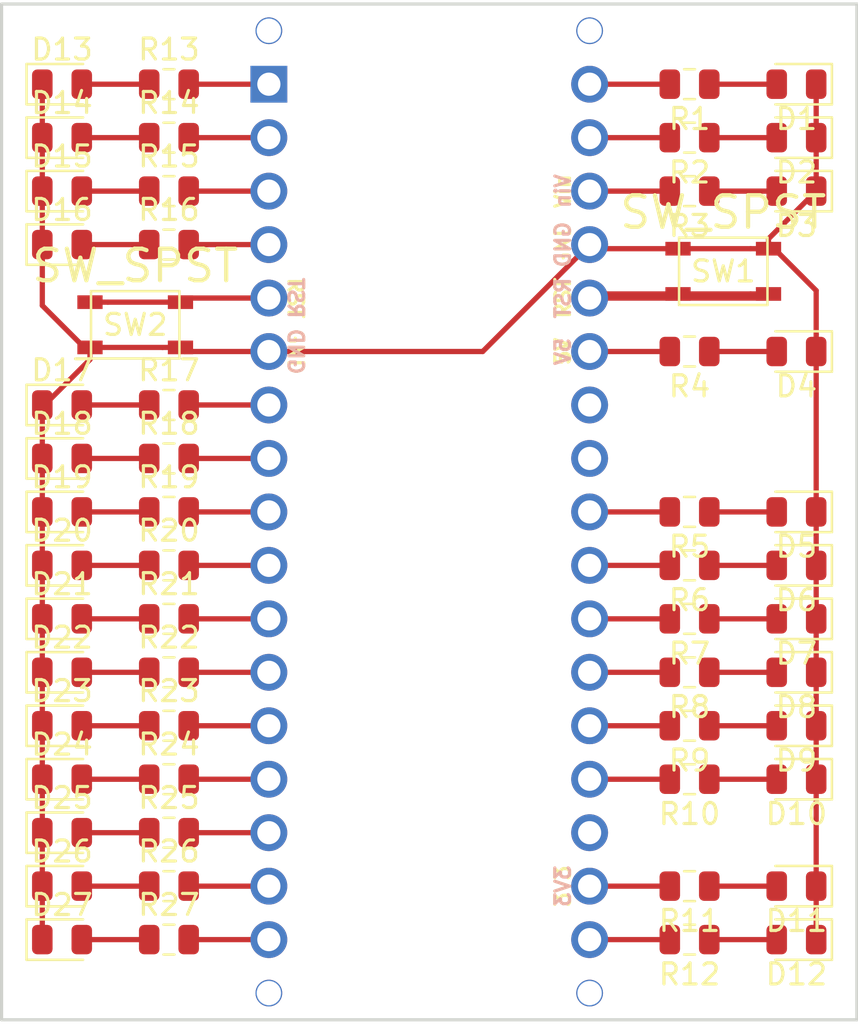
<source format=kicad_pcb>
(kicad_pcb (version 20171130) (host pcbnew "(5.0.0)")

  (general
    (thickness 1.6)
    (drawings 4)
    (tracks 94)
    (zones 0)
    (modules 57)
    (nets 58)
  )

  (page A4)
  (layers
    (0 F.Cu signal)
    (31 B.Cu signal)
    (32 B.Adhes user)
    (33 F.Adhes user)
    (34 B.Paste user)
    (35 F.Paste user)
    (36 B.SilkS user)
    (37 F.SilkS user)
    (38 B.Mask user)
    (39 F.Mask user)
    (40 Dwgs.User user)
    (41 Cmts.User user)
    (42 Eco1.User user)
    (43 Eco2.User user)
    (44 Edge.Cuts user)
    (45 Margin user)
    (46 B.CrtYd user)
    (47 F.CrtYd user)
    (48 B.Fab user)
    (49 F.Fab user)
  )

  (setup
    (last_trace_width 0.25)
    (trace_clearance 0.2)
    (zone_clearance 0.508)
    (zone_45_only no)
    (trace_min 0.2)
    (segment_width 0.2)
    (edge_width 0.15)
    (via_size 0.8)
    (via_drill 0.4)
    (via_min_size 0.4)
    (via_min_drill 0.3)
    (uvia_size 0.3)
    (uvia_drill 0.1)
    (uvias_allowed no)
    (uvia_min_size 0.2)
    (uvia_min_drill 0.1)
    (pcb_text_width 0.3)
    (pcb_text_size 1.5 1.5)
    (mod_edge_width 0.15)
    (mod_text_size 1 1)
    (mod_text_width 0.15)
    (pad_size 1.524 1.524)
    (pad_drill 0.762)
    (pad_to_mask_clearance 0.2)
    (aux_axis_origin 0 0)
    (visible_elements FFFFFF7F)
    (pcbplotparams
      (layerselection 0x010fc_ffffffff)
      (usegerberextensions false)
      (usegerberattributes false)
      (usegerberadvancedattributes false)
      (creategerberjobfile false)
      (excludeedgelayer true)
      (linewidth 0.100000)
      (plotframeref false)
      (viasonmask false)
      (mode 1)
      (useauxorigin false)
      (hpglpennumber 1)
      (hpglpenspeed 20)
      (hpglpendiameter 15.000000)
      (psnegative false)
      (psa4output false)
      (plotreference true)
      (plotvalue true)
      (plotinvisibletext false)
      (padsonsilk false)
      (subtractmaskfromsilk false)
      (outputformat 1)
      (mirror false)
      (drillshape 0)
      (scaleselection 1)
      (outputdirectory "gerber/"))
  )

  (net 0 "")
  (net 1 GND)
  (net 2 "Net-(D1-Pad2)")
  (net 3 "Net-(D2-Pad2)")
  (net 4 "Net-(D3-Pad2)")
  (net 5 "Net-(D4-Pad2)")
  (net 6 "Net-(D5-Pad2)")
  (net 7 "Net-(D6-Pad2)")
  (net 8 "Net-(D7-Pad2)")
  (net 9 "Net-(D8-Pad2)")
  (net 10 "Net-(D9-Pad2)")
  (net 11 "Net-(D10-Pad2)")
  (net 12 "Net-(D11-Pad2)")
  (net 13 "Net-(D12-Pad2)")
  (net 14 "Net-(D13-Pad2)")
  (net 15 "Net-(D14-Pad2)")
  (net 16 "Net-(D15-Pad2)")
  (net 17 "Net-(D16-Pad2)")
  (net 18 "Net-(D17-Pad2)")
  (net 19 "Net-(D18-Pad2)")
  (net 20 "Net-(D19-Pad2)")
  (net 21 "Net-(D20-Pad2)")
  (net 22 "Net-(D21-Pad2)")
  (net 23 "Net-(D22-Pad2)")
  (net 24 "Net-(D23-Pad2)")
  (net 25 "Net-(D24-Pad2)")
  (net 26 "Net-(D25-Pad2)")
  (net 27 "Net-(D26-Pad2)")
  (net 28 "Net-(D27-Pad2)")
  (net 29 "Net-(R1-Pad2)")
  (net 30 "Net-(R2-Pad2)")
  (net 31 "Net-(R3-Pad2)")
  (net 32 "Net-(R4-Pad2)")
  (net 33 "Net-(R5-Pad2)")
  (net 34 "Net-(R6-Pad2)")
  (net 35 "Net-(R7-Pad2)")
  (net 36 "Net-(R8-Pad2)")
  (net 37 "Net-(R9-Pad2)")
  (net 38 "Net-(R10-Pad2)")
  (net 39 "Net-(R11-Pad2)")
  (net 40 "Net-(R12-Pad2)")
  (net 41 "Net-(R13-Pad2)")
  (net 42 "Net-(R14-Pad2)")
  (net 43 "Net-(R15-Pad2)")
  (net 44 "Net-(R16-Pad2)")
  (net 45 "Net-(R17-Pad2)")
  (net 46 "Net-(R18-Pad2)")
  (net 47 "Net-(R19-Pad2)")
  (net 48 "Net-(R20-Pad2)")
  (net 49 "Net-(R21-Pad2)")
  (net 50 "Net-(R22-Pad2)")
  (net 51 "Net-(R23-Pad2)")
  (net 52 "Net-(R24-Pad2)")
  (net 53 "Net-(R25-Pad2)")
  (net 54 "Net-(R26-Pad2)")
  (net 55 "Net-(R27-Pad2)")
  (net 56 "Net-(SW1-Pad2)")
  (net 57 "Net-(SW2-Pad1)")

  (net_class Default "This is the default net class."
    (clearance 0.2)
    (trace_width 0.25)
    (via_dia 0.8)
    (via_drill 0.4)
    (uvia_dia 0.3)
    (uvia_drill 0.1)
    (add_net GND)
    (add_net "Net-(D1-Pad2)")
    (add_net "Net-(D10-Pad2)")
    (add_net "Net-(D11-Pad2)")
    (add_net "Net-(D12-Pad2)")
    (add_net "Net-(D13-Pad2)")
    (add_net "Net-(D14-Pad2)")
    (add_net "Net-(D15-Pad2)")
    (add_net "Net-(D16-Pad2)")
    (add_net "Net-(D17-Pad2)")
    (add_net "Net-(D18-Pad2)")
    (add_net "Net-(D19-Pad2)")
    (add_net "Net-(D2-Pad2)")
    (add_net "Net-(D20-Pad2)")
    (add_net "Net-(D21-Pad2)")
    (add_net "Net-(D22-Pad2)")
    (add_net "Net-(D23-Pad2)")
    (add_net "Net-(D24-Pad2)")
    (add_net "Net-(D25-Pad2)")
    (add_net "Net-(D26-Pad2)")
    (add_net "Net-(D27-Pad2)")
    (add_net "Net-(D3-Pad2)")
    (add_net "Net-(D4-Pad2)")
    (add_net "Net-(D5-Pad2)")
    (add_net "Net-(D6-Pad2)")
    (add_net "Net-(D7-Pad2)")
    (add_net "Net-(D8-Pad2)")
    (add_net "Net-(D9-Pad2)")
    (add_net "Net-(R1-Pad2)")
    (add_net "Net-(R10-Pad2)")
    (add_net "Net-(R11-Pad2)")
    (add_net "Net-(R12-Pad2)")
    (add_net "Net-(R13-Pad2)")
    (add_net "Net-(R14-Pad2)")
    (add_net "Net-(R15-Pad2)")
    (add_net "Net-(R16-Pad2)")
    (add_net "Net-(R17-Pad2)")
    (add_net "Net-(R18-Pad2)")
    (add_net "Net-(R19-Pad2)")
    (add_net "Net-(R2-Pad2)")
    (add_net "Net-(R20-Pad2)")
    (add_net "Net-(R21-Pad2)")
    (add_net "Net-(R22-Pad2)")
    (add_net "Net-(R23-Pad2)")
    (add_net "Net-(R24-Pad2)")
    (add_net "Net-(R25-Pad2)")
    (add_net "Net-(R26-Pad2)")
    (add_net "Net-(R27-Pad2)")
    (add_net "Net-(R3-Pad2)")
    (add_net "Net-(R4-Pad2)")
    (add_net "Net-(R5-Pad2)")
    (add_net "Net-(R6-Pad2)")
    (add_net "Net-(R7-Pad2)")
    (add_net "Net-(R8-Pad2)")
    (add_net "Net-(R9-Pad2)")
    (add_net "Net-(SW1-Pad2)")
    (add_net "Net-(SW2-Pad1)")
  )

  (module LED_SMD:LED_0805_2012Metric (layer F.Cu) (tedit 5B36C52C) (tstamp 5F9A9BFE)
    (at 158.4175 67.31 180)
    (descr "LED SMD 0805 (2012 Metric), square (rectangular) end terminal, IPC_7351 nominal, (Body size source: https://docs.google.com/spreadsheets/d/1BsfQQcO9C6DZCsRaXUlFlo91Tg2WpOkGARC1WS5S8t0/edit?usp=sharing), generated with kicad-footprint-generator")
    (tags diode)
    (path /5F8F40DB)
    (attr smd)
    (fp_text reference D1 (at 0 -1.65 180) (layer F.SilkS)
      (effects (font (size 1 1) (thickness 0.15)))
    )
    (fp_text value LED (at 0 1.65 180) (layer F.Fab)
      (effects (font (size 1 1) (thickness 0.15)))
    )
    (fp_line (start 1 -0.6) (end -0.7 -0.6) (layer F.Fab) (width 0.1))
    (fp_line (start -0.7 -0.6) (end -1 -0.3) (layer F.Fab) (width 0.1))
    (fp_line (start -1 -0.3) (end -1 0.6) (layer F.Fab) (width 0.1))
    (fp_line (start -1 0.6) (end 1 0.6) (layer F.Fab) (width 0.1))
    (fp_line (start 1 0.6) (end 1 -0.6) (layer F.Fab) (width 0.1))
    (fp_line (start 1 -0.96) (end -1.685 -0.96) (layer F.SilkS) (width 0.12))
    (fp_line (start -1.685 -0.96) (end -1.685 0.96) (layer F.SilkS) (width 0.12))
    (fp_line (start -1.685 0.96) (end 1 0.96) (layer F.SilkS) (width 0.12))
    (fp_line (start -1.68 0.95) (end -1.68 -0.95) (layer F.CrtYd) (width 0.05))
    (fp_line (start -1.68 -0.95) (end 1.68 -0.95) (layer F.CrtYd) (width 0.05))
    (fp_line (start 1.68 -0.95) (end 1.68 0.95) (layer F.CrtYd) (width 0.05))
    (fp_line (start 1.68 0.95) (end -1.68 0.95) (layer F.CrtYd) (width 0.05))
    (fp_text user %R (at 0 0 180) (layer F.Fab)
      (effects (font (size 0.5 0.5) (thickness 0.08)))
    )
    (pad 1 smd roundrect (at -0.9375 0 180) (size 0.975 1.4) (layers F.Cu F.Paste F.Mask) (roundrect_rratio 0.25)
      (net 1 GND))
    (pad 2 smd roundrect (at 0.9375 0 180) (size 0.975 1.4) (layers F.Cu F.Paste F.Mask) (roundrect_rratio 0.25)
      (net 2 "Net-(D1-Pad2)"))
    (model ${KISYS3DMOD}/LED_SMD.3dshapes/LED_0805_2012Metric.wrl
      (at (xyz 0 0 0))
      (scale (xyz 1 1 1))
      (rotate (xyz 0 0 0))
    )
  )

  (module LED_SMD:LED_0805_2012Metric (layer F.Cu) (tedit 5B36C52C) (tstamp 5F9A9C11)
    (at 158.4175 69.85 180)
    (descr "LED SMD 0805 (2012 Metric), square (rectangular) end terminal, IPC_7351 nominal, (Body size source: https://docs.google.com/spreadsheets/d/1BsfQQcO9C6DZCsRaXUlFlo91Tg2WpOkGARC1WS5S8t0/edit?usp=sharing), generated with kicad-footprint-generator")
    (tags diode)
    (path /5F8F431A)
    (attr smd)
    (fp_text reference D2 (at 0 -1.65 180) (layer F.SilkS)
      (effects (font (size 1 1) (thickness 0.15)))
    )
    (fp_text value LED (at 0 1.65 180) (layer F.Fab)
      (effects (font (size 1 1) (thickness 0.15)))
    )
    (fp_text user %R (at 0 0 180) (layer F.Fab)
      (effects (font (size 0.5 0.5) (thickness 0.08)))
    )
    (fp_line (start 1.68 0.95) (end -1.68 0.95) (layer F.CrtYd) (width 0.05))
    (fp_line (start 1.68 -0.95) (end 1.68 0.95) (layer F.CrtYd) (width 0.05))
    (fp_line (start -1.68 -0.95) (end 1.68 -0.95) (layer F.CrtYd) (width 0.05))
    (fp_line (start -1.68 0.95) (end -1.68 -0.95) (layer F.CrtYd) (width 0.05))
    (fp_line (start -1.685 0.96) (end 1 0.96) (layer F.SilkS) (width 0.12))
    (fp_line (start -1.685 -0.96) (end -1.685 0.96) (layer F.SilkS) (width 0.12))
    (fp_line (start 1 -0.96) (end -1.685 -0.96) (layer F.SilkS) (width 0.12))
    (fp_line (start 1 0.6) (end 1 -0.6) (layer F.Fab) (width 0.1))
    (fp_line (start -1 0.6) (end 1 0.6) (layer F.Fab) (width 0.1))
    (fp_line (start -1 -0.3) (end -1 0.6) (layer F.Fab) (width 0.1))
    (fp_line (start -0.7 -0.6) (end -1 -0.3) (layer F.Fab) (width 0.1))
    (fp_line (start 1 -0.6) (end -0.7 -0.6) (layer F.Fab) (width 0.1))
    (pad 2 smd roundrect (at 0.9375 0 180) (size 0.975 1.4) (layers F.Cu F.Paste F.Mask) (roundrect_rratio 0.25)
      (net 3 "Net-(D2-Pad2)"))
    (pad 1 smd roundrect (at -0.9375 0 180) (size 0.975 1.4) (layers F.Cu F.Paste F.Mask) (roundrect_rratio 0.25)
      (net 1 GND))
    (model ${KISYS3DMOD}/LED_SMD.3dshapes/LED_0805_2012Metric.wrl
      (at (xyz 0 0 0))
      (scale (xyz 1 1 1))
      (rotate (xyz 0 0 0))
    )
  )

  (module LED_SMD:LED_0805_2012Metric (layer F.Cu) (tedit 5B36C52C) (tstamp 5F9A9C24)
    (at 158.4175 72.39 180)
    (descr "LED SMD 0805 (2012 Metric), square (rectangular) end terminal, IPC_7351 nominal, (Body size source: https://docs.google.com/spreadsheets/d/1BsfQQcO9C6DZCsRaXUlFlo91Tg2WpOkGARC1WS5S8t0/edit?usp=sharing), generated with kicad-footprint-generator")
    (tags diode)
    (path /5F8F43DA)
    (attr smd)
    (fp_text reference D3 (at 0 -1.65 180) (layer F.SilkS)
      (effects (font (size 1 1) (thickness 0.15)))
    )
    (fp_text value LED (at 0 1.65 180) (layer F.Fab)
      (effects (font (size 1 1) (thickness 0.15)))
    )
    (fp_text user %R (at 0 0 180) (layer F.Fab)
      (effects (font (size 0.5 0.5) (thickness 0.08)))
    )
    (fp_line (start 1.68 0.95) (end -1.68 0.95) (layer F.CrtYd) (width 0.05))
    (fp_line (start 1.68 -0.95) (end 1.68 0.95) (layer F.CrtYd) (width 0.05))
    (fp_line (start -1.68 -0.95) (end 1.68 -0.95) (layer F.CrtYd) (width 0.05))
    (fp_line (start -1.68 0.95) (end -1.68 -0.95) (layer F.CrtYd) (width 0.05))
    (fp_line (start -1.685 0.96) (end 1 0.96) (layer F.SilkS) (width 0.12))
    (fp_line (start -1.685 -0.96) (end -1.685 0.96) (layer F.SilkS) (width 0.12))
    (fp_line (start 1 -0.96) (end -1.685 -0.96) (layer F.SilkS) (width 0.12))
    (fp_line (start 1 0.6) (end 1 -0.6) (layer F.Fab) (width 0.1))
    (fp_line (start -1 0.6) (end 1 0.6) (layer F.Fab) (width 0.1))
    (fp_line (start -1 -0.3) (end -1 0.6) (layer F.Fab) (width 0.1))
    (fp_line (start -0.7 -0.6) (end -1 -0.3) (layer F.Fab) (width 0.1))
    (fp_line (start 1 -0.6) (end -0.7 -0.6) (layer F.Fab) (width 0.1))
    (pad 2 smd roundrect (at 0.9375 0 180) (size 0.975 1.4) (layers F.Cu F.Paste F.Mask) (roundrect_rratio 0.25)
      (net 4 "Net-(D3-Pad2)"))
    (pad 1 smd roundrect (at -0.9375 0 180) (size 0.975 1.4) (layers F.Cu F.Paste F.Mask) (roundrect_rratio 0.25)
      (net 1 GND))
    (model ${KISYS3DMOD}/LED_SMD.3dshapes/LED_0805_2012Metric.wrl
      (at (xyz 0 0 0))
      (scale (xyz 1 1 1))
      (rotate (xyz 0 0 0))
    )
  )

  (module LED_SMD:LED_0805_2012Metric (layer F.Cu) (tedit 5B36C52C) (tstamp 5F9A9C37)
    (at 158.4175 80.01 180)
    (descr "LED SMD 0805 (2012 Metric), square (rectangular) end terminal, IPC_7351 nominal, (Body size source: https://docs.google.com/spreadsheets/d/1BsfQQcO9C6DZCsRaXUlFlo91Tg2WpOkGARC1WS5S8t0/edit?usp=sharing), generated with kicad-footprint-generator")
    (tags diode)
    (path /5F8F43E6)
    (attr smd)
    (fp_text reference D4 (at 0 -1.65 180) (layer F.SilkS)
      (effects (font (size 1 1) (thickness 0.15)))
    )
    (fp_text value LED (at 0 1.65 180) (layer F.Fab)
      (effects (font (size 1 1) (thickness 0.15)))
    )
    (fp_text user %R (at 0 0 180) (layer F.Fab)
      (effects (font (size 0.5 0.5) (thickness 0.08)))
    )
    (fp_line (start 1.68 0.95) (end -1.68 0.95) (layer F.CrtYd) (width 0.05))
    (fp_line (start 1.68 -0.95) (end 1.68 0.95) (layer F.CrtYd) (width 0.05))
    (fp_line (start -1.68 -0.95) (end 1.68 -0.95) (layer F.CrtYd) (width 0.05))
    (fp_line (start -1.68 0.95) (end -1.68 -0.95) (layer F.CrtYd) (width 0.05))
    (fp_line (start -1.685 0.96) (end 1 0.96) (layer F.SilkS) (width 0.12))
    (fp_line (start -1.685 -0.96) (end -1.685 0.96) (layer F.SilkS) (width 0.12))
    (fp_line (start 1 -0.96) (end -1.685 -0.96) (layer F.SilkS) (width 0.12))
    (fp_line (start 1 0.6) (end 1 -0.6) (layer F.Fab) (width 0.1))
    (fp_line (start -1 0.6) (end 1 0.6) (layer F.Fab) (width 0.1))
    (fp_line (start -1 -0.3) (end -1 0.6) (layer F.Fab) (width 0.1))
    (fp_line (start -0.7 -0.6) (end -1 -0.3) (layer F.Fab) (width 0.1))
    (fp_line (start 1 -0.6) (end -0.7 -0.6) (layer F.Fab) (width 0.1))
    (pad 2 smd roundrect (at 0.9375 0 180) (size 0.975 1.4) (layers F.Cu F.Paste F.Mask) (roundrect_rratio 0.25)
      (net 5 "Net-(D4-Pad2)"))
    (pad 1 smd roundrect (at -0.9375 0 180) (size 0.975 1.4) (layers F.Cu F.Paste F.Mask) (roundrect_rratio 0.25)
      (net 1 GND))
    (model ${KISYS3DMOD}/LED_SMD.3dshapes/LED_0805_2012Metric.wrl
      (at (xyz 0 0 0))
      (scale (xyz 1 1 1))
      (rotate (xyz 0 0 0))
    )
  )

  (module LED_SMD:LED_0805_2012Metric (layer F.Cu) (tedit 5B36C52C) (tstamp 5F9A9C4A)
    (at 158.4175 87.63 180)
    (descr "LED SMD 0805 (2012 Metric), square (rectangular) end terminal, IPC_7351 nominal, (Body size source: https://docs.google.com/spreadsheets/d/1BsfQQcO9C6DZCsRaXUlFlo91Tg2WpOkGARC1WS5S8t0/edit?usp=sharing), generated with kicad-footprint-generator")
    (tags diode)
    (path /5F8F46D2)
    (attr smd)
    (fp_text reference D5 (at 0 -1.65 180) (layer F.SilkS)
      (effects (font (size 1 1) (thickness 0.15)))
    )
    (fp_text value LED (at 0 1.65 180) (layer F.Fab)
      (effects (font (size 1 1) (thickness 0.15)))
    )
    (fp_line (start 1 -0.6) (end -0.7 -0.6) (layer F.Fab) (width 0.1))
    (fp_line (start -0.7 -0.6) (end -1 -0.3) (layer F.Fab) (width 0.1))
    (fp_line (start -1 -0.3) (end -1 0.6) (layer F.Fab) (width 0.1))
    (fp_line (start -1 0.6) (end 1 0.6) (layer F.Fab) (width 0.1))
    (fp_line (start 1 0.6) (end 1 -0.6) (layer F.Fab) (width 0.1))
    (fp_line (start 1 -0.96) (end -1.685 -0.96) (layer F.SilkS) (width 0.12))
    (fp_line (start -1.685 -0.96) (end -1.685 0.96) (layer F.SilkS) (width 0.12))
    (fp_line (start -1.685 0.96) (end 1 0.96) (layer F.SilkS) (width 0.12))
    (fp_line (start -1.68 0.95) (end -1.68 -0.95) (layer F.CrtYd) (width 0.05))
    (fp_line (start -1.68 -0.95) (end 1.68 -0.95) (layer F.CrtYd) (width 0.05))
    (fp_line (start 1.68 -0.95) (end 1.68 0.95) (layer F.CrtYd) (width 0.05))
    (fp_line (start 1.68 0.95) (end -1.68 0.95) (layer F.CrtYd) (width 0.05))
    (fp_text user %R (at 0 0 180) (layer F.Fab)
      (effects (font (size 0.5 0.5) (thickness 0.08)))
    )
    (pad 1 smd roundrect (at -0.9375 0 180) (size 0.975 1.4) (layers F.Cu F.Paste F.Mask) (roundrect_rratio 0.25)
      (net 1 GND))
    (pad 2 smd roundrect (at 0.9375 0 180) (size 0.975 1.4) (layers F.Cu F.Paste F.Mask) (roundrect_rratio 0.25)
      (net 6 "Net-(D5-Pad2)"))
    (model ${KISYS3DMOD}/LED_SMD.3dshapes/LED_0805_2012Metric.wrl
      (at (xyz 0 0 0))
      (scale (xyz 1 1 1))
      (rotate (xyz 0 0 0))
    )
  )

  (module LED_SMD:LED_0805_2012Metric (layer F.Cu) (tedit 5B36C52C) (tstamp 5F9A9C5D)
    (at 158.4175 90.17 180)
    (descr "LED SMD 0805 (2012 Metric), square (rectangular) end terminal, IPC_7351 nominal, (Body size source: https://docs.google.com/spreadsheets/d/1BsfQQcO9C6DZCsRaXUlFlo91Tg2WpOkGARC1WS5S8t0/edit?usp=sharing), generated with kicad-footprint-generator")
    (tags diode)
    (path /5F8F46DE)
    (attr smd)
    (fp_text reference D6 (at 0 -1.65 180) (layer F.SilkS)
      (effects (font (size 1 1) (thickness 0.15)))
    )
    (fp_text value LED (at 0 1.65 180) (layer F.Fab)
      (effects (font (size 1 1) (thickness 0.15)))
    )
    (fp_text user %R (at 0 0 180) (layer F.Fab)
      (effects (font (size 0.5 0.5) (thickness 0.08)))
    )
    (fp_line (start 1.68 0.95) (end -1.68 0.95) (layer F.CrtYd) (width 0.05))
    (fp_line (start 1.68 -0.95) (end 1.68 0.95) (layer F.CrtYd) (width 0.05))
    (fp_line (start -1.68 -0.95) (end 1.68 -0.95) (layer F.CrtYd) (width 0.05))
    (fp_line (start -1.68 0.95) (end -1.68 -0.95) (layer F.CrtYd) (width 0.05))
    (fp_line (start -1.685 0.96) (end 1 0.96) (layer F.SilkS) (width 0.12))
    (fp_line (start -1.685 -0.96) (end -1.685 0.96) (layer F.SilkS) (width 0.12))
    (fp_line (start 1 -0.96) (end -1.685 -0.96) (layer F.SilkS) (width 0.12))
    (fp_line (start 1 0.6) (end 1 -0.6) (layer F.Fab) (width 0.1))
    (fp_line (start -1 0.6) (end 1 0.6) (layer F.Fab) (width 0.1))
    (fp_line (start -1 -0.3) (end -1 0.6) (layer F.Fab) (width 0.1))
    (fp_line (start -0.7 -0.6) (end -1 -0.3) (layer F.Fab) (width 0.1))
    (fp_line (start 1 -0.6) (end -0.7 -0.6) (layer F.Fab) (width 0.1))
    (pad 2 smd roundrect (at 0.9375 0 180) (size 0.975 1.4) (layers F.Cu F.Paste F.Mask) (roundrect_rratio 0.25)
      (net 7 "Net-(D6-Pad2)"))
    (pad 1 smd roundrect (at -0.9375 0 180) (size 0.975 1.4) (layers F.Cu F.Paste F.Mask) (roundrect_rratio 0.25)
      (net 1 GND))
    (model ${KISYS3DMOD}/LED_SMD.3dshapes/LED_0805_2012Metric.wrl
      (at (xyz 0 0 0))
      (scale (xyz 1 1 1))
      (rotate (xyz 0 0 0))
    )
  )

  (module LED_SMD:LED_0805_2012Metric (layer F.Cu) (tedit 5B36C52C) (tstamp 5F9A9C70)
    (at 158.4175 92.71 180)
    (descr "LED SMD 0805 (2012 Metric), square (rectangular) end terminal, IPC_7351 nominal, (Body size source: https://docs.google.com/spreadsheets/d/1BsfQQcO9C6DZCsRaXUlFlo91Tg2WpOkGARC1WS5S8t0/edit?usp=sharing), generated with kicad-footprint-generator")
    (tags diode)
    (path /5F8F46EA)
    (attr smd)
    (fp_text reference D7 (at 0 -1.65 180) (layer F.SilkS)
      (effects (font (size 1 1) (thickness 0.15)))
    )
    (fp_text value LED (at 0 1.65 180) (layer F.Fab)
      (effects (font (size 1 1) (thickness 0.15)))
    )
    (fp_line (start 1 -0.6) (end -0.7 -0.6) (layer F.Fab) (width 0.1))
    (fp_line (start -0.7 -0.6) (end -1 -0.3) (layer F.Fab) (width 0.1))
    (fp_line (start -1 -0.3) (end -1 0.6) (layer F.Fab) (width 0.1))
    (fp_line (start -1 0.6) (end 1 0.6) (layer F.Fab) (width 0.1))
    (fp_line (start 1 0.6) (end 1 -0.6) (layer F.Fab) (width 0.1))
    (fp_line (start 1 -0.96) (end -1.685 -0.96) (layer F.SilkS) (width 0.12))
    (fp_line (start -1.685 -0.96) (end -1.685 0.96) (layer F.SilkS) (width 0.12))
    (fp_line (start -1.685 0.96) (end 1 0.96) (layer F.SilkS) (width 0.12))
    (fp_line (start -1.68 0.95) (end -1.68 -0.95) (layer F.CrtYd) (width 0.05))
    (fp_line (start -1.68 -0.95) (end 1.68 -0.95) (layer F.CrtYd) (width 0.05))
    (fp_line (start 1.68 -0.95) (end 1.68 0.95) (layer F.CrtYd) (width 0.05))
    (fp_line (start 1.68 0.95) (end -1.68 0.95) (layer F.CrtYd) (width 0.05))
    (fp_text user %R (at 0 0 180) (layer F.Fab)
      (effects (font (size 0.5 0.5) (thickness 0.08)))
    )
    (pad 1 smd roundrect (at -0.9375 0 180) (size 0.975 1.4) (layers F.Cu F.Paste F.Mask) (roundrect_rratio 0.25)
      (net 1 GND))
    (pad 2 smd roundrect (at 0.9375 0 180) (size 0.975 1.4) (layers F.Cu F.Paste F.Mask) (roundrect_rratio 0.25)
      (net 8 "Net-(D7-Pad2)"))
    (model ${KISYS3DMOD}/LED_SMD.3dshapes/LED_0805_2012Metric.wrl
      (at (xyz 0 0 0))
      (scale (xyz 1 1 1))
      (rotate (xyz 0 0 0))
    )
  )

  (module LED_SMD:LED_0805_2012Metric (layer F.Cu) (tedit 5B36C52C) (tstamp 5F9A9C83)
    (at 158.4175 95.25 180)
    (descr "LED SMD 0805 (2012 Metric), square (rectangular) end terminal, IPC_7351 nominal, (Body size source: https://docs.google.com/spreadsheets/d/1BsfQQcO9C6DZCsRaXUlFlo91Tg2WpOkGARC1WS5S8t0/edit?usp=sharing), generated with kicad-footprint-generator")
    (tags diode)
    (path /5F8F4818)
    (attr smd)
    (fp_text reference D8 (at 0 -1.65 180) (layer F.SilkS)
      (effects (font (size 1 1) (thickness 0.15)))
    )
    (fp_text value LED (at 0 1.65 180) (layer F.Fab)
      (effects (font (size 1 1) (thickness 0.15)))
    )
    (fp_line (start 1 -0.6) (end -0.7 -0.6) (layer F.Fab) (width 0.1))
    (fp_line (start -0.7 -0.6) (end -1 -0.3) (layer F.Fab) (width 0.1))
    (fp_line (start -1 -0.3) (end -1 0.6) (layer F.Fab) (width 0.1))
    (fp_line (start -1 0.6) (end 1 0.6) (layer F.Fab) (width 0.1))
    (fp_line (start 1 0.6) (end 1 -0.6) (layer F.Fab) (width 0.1))
    (fp_line (start 1 -0.96) (end -1.685 -0.96) (layer F.SilkS) (width 0.12))
    (fp_line (start -1.685 -0.96) (end -1.685 0.96) (layer F.SilkS) (width 0.12))
    (fp_line (start -1.685 0.96) (end 1 0.96) (layer F.SilkS) (width 0.12))
    (fp_line (start -1.68 0.95) (end -1.68 -0.95) (layer F.CrtYd) (width 0.05))
    (fp_line (start -1.68 -0.95) (end 1.68 -0.95) (layer F.CrtYd) (width 0.05))
    (fp_line (start 1.68 -0.95) (end 1.68 0.95) (layer F.CrtYd) (width 0.05))
    (fp_line (start 1.68 0.95) (end -1.68 0.95) (layer F.CrtYd) (width 0.05))
    (fp_text user %R (at 0 0 180) (layer F.Fab)
      (effects (font (size 0.5 0.5) (thickness 0.08)))
    )
    (pad 1 smd roundrect (at -0.9375 0 180) (size 0.975 1.4) (layers F.Cu F.Paste F.Mask) (roundrect_rratio 0.25)
      (net 1 GND))
    (pad 2 smd roundrect (at 0.9375 0 180) (size 0.975 1.4) (layers F.Cu F.Paste F.Mask) (roundrect_rratio 0.25)
      (net 9 "Net-(D8-Pad2)"))
    (model ${KISYS3DMOD}/LED_SMD.3dshapes/LED_0805_2012Metric.wrl
      (at (xyz 0 0 0))
      (scale (xyz 1 1 1))
      (rotate (xyz 0 0 0))
    )
  )

  (module LED_SMD:LED_0805_2012Metric (layer F.Cu) (tedit 5B36C52C) (tstamp 5F9A9C96)
    (at 158.4175 97.79 180)
    (descr "LED SMD 0805 (2012 Metric), square (rectangular) end terminal, IPC_7351 nominal, (Body size source: https://docs.google.com/spreadsheets/d/1BsfQQcO9C6DZCsRaXUlFlo91Tg2WpOkGARC1WS5S8t0/edit?usp=sharing), generated with kicad-footprint-generator")
    (tags diode)
    (path /5F8F4824)
    (attr smd)
    (fp_text reference D9 (at 0 -1.65 180) (layer F.SilkS)
      (effects (font (size 1 1) (thickness 0.15)))
    )
    (fp_text value LED (at 0 1.65 180) (layer F.Fab)
      (effects (font (size 1 1) (thickness 0.15)))
    )
    (fp_line (start 1 -0.6) (end -0.7 -0.6) (layer F.Fab) (width 0.1))
    (fp_line (start -0.7 -0.6) (end -1 -0.3) (layer F.Fab) (width 0.1))
    (fp_line (start -1 -0.3) (end -1 0.6) (layer F.Fab) (width 0.1))
    (fp_line (start -1 0.6) (end 1 0.6) (layer F.Fab) (width 0.1))
    (fp_line (start 1 0.6) (end 1 -0.6) (layer F.Fab) (width 0.1))
    (fp_line (start 1 -0.96) (end -1.685 -0.96) (layer F.SilkS) (width 0.12))
    (fp_line (start -1.685 -0.96) (end -1.685 0.96) (layer F.SilkS) (width 0.12))
    (fp_line (start -1.685 0.96) (end 1 0.96) (layer F.SilkS) (width 0.12))
    (fp_line (start -1.68 0.95) (end -1.68 -0.95) (layer F.CrtYd) (width 0.05))
    (fp_line (start -1.68 -0.95) (end 1.68 -0.95) (layer F.CrtYd) (width 0.05))
    (fp_line (start 1.68 -0.95) (end 1.68 0.95) (layer F.CrtYd) (width 0.05))
    (fp_line (start 1.68 0.95) (end -1.68 0.95) (layer F.CrtYd) (width 0.05))
    (fp_text user %R (at 0 0 180) (layer F.Fab)
      (effects (font (size 0.5 0.5) (thickness 0.08)))
    )
    (pad 1 smd roundrect (at -0.9375 0 180) (size 0.975 1.4) (layers F.Cu F.Paste F.Mask) (roundrect_rratio 0.25)
      (net 1 GND))
    (pad 2 smd roundrect (at 0.9375 0 180) (size 0.975 1.4) (layers F.Cu F.Paste F.Mask) (roundrect_rratio 0.25)
      (net 10 "Net-(D9-Pad2)"))
    (model ${KISYS3DMOD}/LED_SMD.3dshapes/LED_0805_2012Metric.wrl
      (at (xyz 0 0 0))
      (scale (xyz 1 1 1))
      (rotate (xyz 0 0 0))
    )
  )

  (module LED_SMD:LED_0805_2012Metric (layer F.Cu) (tedit 5B36C52C) (tstamp 5F9A9CA9)
    (at 158.4175 100.33 180)
    (descr "LED SMD 0805 (2012 Metric), square (rectangular) end terminal, IPC_7351 nominal, (Body size source: https://docs.google.com/spreadsheets/d/1BsfQQcO9C6DZCsRaXUlFlo91Tg2WpOkGARC1WS5S8t0/edit?usp=sharing), generated with kicad-footprint-generator")
    (tags diode)
    (path /5F8F4830)
    (attr smd)
    (fp_text reference D10 (at 0 -1.65 180) (layer F.SilkS)
      (effects (font (size 1 1) (thickness 0.15)))
    )
    (fp_text value LED (at 0 1.65 180) (layer F.Fab)
      (effects (font (size 1 1) (thickness 0.15)))
    )
    (fp_line (start 1 -0.6) (end -0.7 -0.6) (layer F.Fab) (width 0.1))
    (fp_line (start -0.7 -0.6) (end -1 -0.3) (layer F.Fab) (width 0.1))
    (fp_line (start -1 -0.3) (end -1 0.6) (layer F.Fab) (width 0.1))
    (fp_line (start -1 0.6) (end 1 0.6) (layer F.Fab) (width 0.1))
    (fp_line (start 1 0.6) (end 1 -0.6) (layer F.Fab) (width 0.1))
    (fp_line (start 1 -0.96) (end -1.685 -0.96) (layer F.SilkS) (width 0.12))
    (fp_line (start -1.685 -0.96) (end -1.685 0.96) (layer F.SilkS) (width 0.12))
    (fp_line (start -1.685 0.96) (end 1 0.96) (layer F.SilkS) (width 0.12))
    (fp_line (start -1.68 0.95) (end -1.68 -0.95) (layer F.CrtYd) (width 0.05))
    (fp_line (start -1.68 -0.95) (end 1.68 -0.95) (layer F.CrtYd) (width 0.05))
    (fp_line (start 1.68 -0.95) (end 1.68 0.95) (layer F.CrtYd) (width 0.05))
    (fp_line (start 1.68 0.95) (end -1.68 0.95) (layer F.CrtYd) (width 0.05))
    (fp_text user %R (at 0 0 180) (layer F.Fab)
      (effects (font (size 0.5 0.5) (thickness 0.08)))
    )
    (pad 1 smd roundrect (at -0.9375 0 180) (size 0.975 1.4) (layers F.Cu F.Paste F.Mask) (roundrect_rratio 0.25)
      (net 1 GND))
    (pad 2 smd roundrect (at 0.9375 0 180) (size 0.975 1.4) (layers F.Cu F.Paste F.Mask) (roundrect_rratio 0.25)
      (net 11 "Net-(D10-Pad2)"))
    (model ${KISYS3DMOD}/LED_SMD.3dshapes/LED_0805_2012Metric.wrl
      (at (xyz 0 0 0))
      (scale (xyz 1 1 1))
      (rotate (xyz 0 0 0))
    )
  )

  (module LED_SMD:LED_0805_2012Metric (layer F.Cu) (tedit 5B36C52C) (tstamp 5F9A9CBC)
    (at 158.4175 105.41 180)
    (descr "LED SMD 0805 (2012 Metric), square (rectangular) end terminal, IPC_7351 nominal, (Body size source: https://docs.google.com/spreadsheets/d/1BsfQQcO9C6DZCsRaXUlFlo91Tg2WpOkGARC1WS5S8t0/edit?usp=sharing), generated with kicad-footprint-generator")
    (tags diode)
    (path /5F8F4BCA)
    (attr smd)
    (fp_text reference D11 (at 0 -1.65 180) (layer F.SilkS)
      (effects (font (size 1 1) (thickness 0.15)))
    )
    (fp_text value LED (at 0 1.65 180) (layer F.Fab)
      (effects (font (size 1 1) (thickness 0.15)))
    )
    (fp_line (start 1 -0.6) (end -0.7 -0.6) (layer F.Fab) (width 0.1))
    (fp_line (start -0.7 -0.6) (end -1 -0.3) (layer F.Fab) (width 0.1))
    (fp_line (start -1 -0.3) (end -1 0.6) (layer F.Fab) (width 0.1))
    (fp_line (start -1 0.6) (end 1 0.6) (layer F.Fab) (width 0.1))
    (fp_line (start 1 0.6) (end 1 -0.6) (layer F.Fab) (width 0.1))
    (fp_line (start 1 -0.96) (end -1.685 -0.96) (layer F.SilkS) (width 0.12))
    (fp_line (start -1.685 -0.96) (end -1.685 0.96) (layer F.SilkS) (width 0.12))
    (fp_line (start -1.685 0.96) (end 1 0.96) (layer F.SilkS) (width 0.12))
    (fp_line (start -1.68 0.95) (end -1.68 -0.95) (layer F.CrtYd) (width 0.05))
    (fp_line (start -1.68 -0.95) (end 1.68 -0.95) (layer F.CrtYd) (width 0.05))
    (fp_line (start 1.68 -0.95) (end 1.68 0.95) (layer F.CrtYd) (width 0.05))
    (fp_line (start 1.68 0.95) (end -1.68 0.95) (layer F.CrtYd) (width 0.05))
    (fp_text user %R (at 0 0 180) (layer F.Fab)
      (effects (font (size 0.5 0.5) (thickness 0.08)))
    )
    (pad 1 smd roundrect (at -0.9375 0 180) (size 0.975 1.4) (layers F.Cu F.Paste F.Mask) (roundrect_rratio 0.25)
      (net 1 GND))
    (pad 2 smd roundrect (at 0.9375 0 180) (size 0.975 1.4) (layers F.Cu F.Paste F.Mask) (roundrect_rratio 0.25)
      (net 12 "Net-(D11-Pad2)"))
    (model ${KISYS3DMOD}/LED_SMD.3dshapes/LED_0805_2012Metric.wrl
      (at (xyz 0 0 0))
      (scale (xyz 1 1 1))
      (rotate (xyz 0 0 0))
    )
  )

  (module LED_SMD:LED_0805_2012Metric (layer F.Cu) (tedit 5B36C52C) (tstamp 5F9A9CCF)
    (at 158.4175 107.95 180)
    (descr "LED SMD 0805 (2012 Metric), square (rectangular) end terminal, IPC_7351 nominal, (Body size source: https://docs.google.com/spreadsheets/d/1BsfQQcO9C6DZCsRaXUlFlo91Tg2WpOkGARC1WS5S8t0/edit?usp=sharing), generated with kicad-footprint-generator")
    (tags diode)
    (path /5F8F4BD6)
    (attr smd)
    (fp_text reference D12 (at 0 -1.65 180) (layer F.SilkS)
      (effects (font (size 1 1) (thickness 0.15)))
    )
    (fp_text value LED (at 0 1.65 180) (layer F.Fab)
      (effects (font (size 1 1) (thickness 0.15)))
    )
    (fp_text user %R (at 0 0 180) (layer F.Fab)
      (effects (font (size 0.5 0.5) (thickness 0.08)))
    )
    (fp_line (start 1.68 0.95) (end -1.68 0.95) (layer F.CrtYd) (width 0.05))
    (fp_line (start 1.68 -0.95) (end 1.68 0.95) (layer F.CrtYd) (width 0.05))
    (fp_line (start -1.68 -0.95) (end 1.68 -0.95) (layer F.CrtYd) (width 0.05))
    (fp_line (start -1.68 0.95) (end -1.68 -0.95) (layer F.CrtYd) (width 0.05))
    (fp_line (start -1.685 0.96) (end 1 0.96) (layer F.SilkS) (width 0.12))
    (fp_line (start -1.685 -0.96) (end -1.685 0.96) (layer F.SilkS) (width 0.12))
    (fp_line (start 1 -0.96) (end -1.685 -0.96) (layer F.SilkS) (width 0.12))
    (fp_line (start 1 0.6) (end 1 -0.6) (layer F.Fab) (width 0.1))
    (fp_line (start -1 0.6) (end 1 0.6) (layer F.Fab) (width 0.1))
    (fp_line (start -1 -0.3) (end -1 0.6) (layer F.Fab) (width 0.1))
    (fp_line (start -0.7 -0.6) (end -1 -0.3) (layer F.Fab) (width 0.1))
    (fp_line (start 1 -0.6) (end -0.7 -0.6) (layer F.Fab) (width 0.1))
    (pad 2 smd roundrect (at 0.9375 0 180) (size 0.975 1.4) (layers F.Cu F.Paste F.Mask) (roundrect_rratio 0.25)
      (net 13 "Net-(D12-Pad2)"))
    (pad 1 smd roundrect (at -0.9375 0 180) (size 0.975 1.4) (layers F.Cu F.Paste F.Mask) (roundrect_rratio 0.25)
      (net 1 GND))
    (model ${KISYS3DMOD}/LED_SMD.3dshapes/LED_0805_2012Metric.wrl
      (at (xyz 0 0 0))
      (scale (xyz 1 1 1))
      (rotate (xyz 0 0 0))
    )
  )

  (module LED_SMD:LED_0805_2012Metric (layer F.Cu) (tedit 5B36C52C) (tstamp 5F9A9CE2)
    (at 123.5225 67.31)
    (descr "LED SMD 0805 (2012 Metric), square (rectangular) end terminal, IPC_7351 nominal, (Body size source: https://docs.google.com/spreadsheets/d/1BsfQQcO9C6DZCsRaXUlFlo91Tg2WpOkGARC1WS5S8t0/edit?usp=sharing), generated with kicad-footprint-generator")
    (tags diode)
    (path /5F8F3AE1)
    (attr smd)
    (fp_text reference D13 (at 0 -1.65) (layer F.SilkS)
      (effects (font (size 1 1) (thickness 0.15)))
    )
    (fp_text value LED (at 0 1.65) (layer F.Fab)
      (effects (font (size 1 1) (thickness 0.15)))
    )
    (fp_text user %R (at 0 0) (layer F.Fab)
      (effects (font (size 0.5 0.5) (thickness 0.08)))
    )
    (fp_line (start 1.68 0.95) (end -1.68 0.95) (layer F.CrtYd) (width 0.05))
    (fp_line (start 1.68 -0.95) (end 1.68 0.95) (layer F.CrtYd) (width 0.05))
    (fp_line (start -1.68 -0.95) (end 1.68 -0.95) (layer F.CrtYd) (width 0.05))
    (fp_line (start -1.68 0.95) (end -1.68 -0.95) (layer F.CrtYd) (width 0.05))
    (fp_line (start -1.685 0.96) (end 1 0.96) (layer F.SilkS) (width 0.12))
    (fp_line (start -1.685 -0.96) (end -1.685 0.96) (layer F.SilkS) (width 0.12))
    (fp_line (start 1 -0.96) (end -1.685 -0.96) (layer F.SilkS) (width 0.12))
    (fp_line (start 1 0.6) (end 1 -0.6) (layer F.Fab) (width 0.1))
    (fp_line (start -1 0.6) (end 1 0.6) (layer F.Fab) (width 0.1))
    (fp_line (start -1 -0.3) (end -1 0.6) (layer F.Fab) (width 0.1))
    (fp_line (start -0.7 -0.6) (end -1 -0.3) (layer F.Fab) (width 0.1))
    (fp_line (start 1 -0.6) (end -0.7 -0.6) (layer F.Fab) (width 0.1))
    (pad 2 smd roundrect (at 0.9375 0) (size 0.975 1.4) (layers F.Cu F.Paste F.Mask) (roundrect_rratio 0.25)
      (net 14 "Net-(D13-Pad2)"))
    (pad 1 smd roundrect (at -0.9375 0) (size 0.975 1.4) (layers F.Cu F.Paste F.Mask) (roundrect_rratio 0.25)
      (net 1 GND))
    (model ${KISYS3DMOD}/LED_SMD.3dshapes/LED_0805_2012Metric.wrl
      (at (xyz 0 0 0))
      (scale (xyz 1 1 1))
      (rotate (xyz 0 0 0))
    )
  )

  (module LED_SMD:LED_0805_2012Metric (layer F.Cu) (tedit 5B36C52C) (tstamp 5F9A9CF5)
    (at 123.5225 69.85)
    (descr "LED SMD 0805 (2012 Metric), square (rectangular) end terminal, IPC_7351 nominal, (Body size source: https://docs.google.com/spreadsheets/d/1BsfQQcO9C6DZCsRaXUlFlo91Tg2WpOkGARC1WS5S8t0/edit?usp=sharing), generated with kicad-footprint-generator")
    (tags diode)
    (path /5F8F3C67)
    (attr smd)
    (fp_text reference D14 (at 0 -1.65) (layer F.SilkS)
      (effects (font (size 1 1) (thickness 0.15)))
    )
    (fp_text value LED (at 0 1.65) (layer F.Fab)
      (effects (font (size 1 1) (thickness 0.15)))
    )
    (fp_text user %R (at 0 0) (layer F.Fab)
      (effects (font (size 0.5 0.5) (thickness 0.08)))
    )
    (fp_line (start 1.68 0.95) (end -1.68 0.95) (layer F.CrtYd) (width 0.05))
    (fp_line (start 1.68 -0.95) (end 1.68 0.95) (layer F.CrtYd) (width 0.05))
    (fp_line (start -1.68 -0.95) (end 1.68 -0.95) (layer F.CrtYd) (width 0.05))
    (fp_line (start -1.68 0.95) (end -1.68 -0.95) (layer F.CrtYd) (width 0.05))
    (fp_line (start -1.685 0.96) (end 1 0.96) (layer F.SilkS) (width 0.12))
    (fp_line (start -1.685 -0.96) (end -1.685 0.96) (layer F.SilkS) (width 0.12))
    (fp_line (start 1 -0.96) (end -1.685 -0.96) (layer F.SilkS) (width 0.12))
    (fp_line (start 1 0.6) (end 1 -0.6) (layer F.Fab) (width 0.1))
    (fp_line (start -1 0.6) (end 1 0.6) (layer F.Fab) (width 0.1))
    (fp_line (start -1 -0.3) (end -1 0.6) (layer F.Fab) (width 0.1))
    (fp_line (start -0.7 -0.6) (end -1 -0.3) (layer F.Fab) (width 0.1))
    (fp_line (start 1 -0.6) (end -0.7 -0.6) (layer F.Fab) (width 0.1))
    (pad 2 smd roundrect (at 0.9375 0) (size 0.975 1.4) (layers F.Cu F.Paste F.Mask) (roundrect_rratio 0.25)
      (net 15 "Net-(D14-Pad2)"))
    (pad 1 smd roundrect (at -0.9375 0) (size 0.975 1.4) (layers F.Cu F.Paste F.Mask) (roundrect_rratio 0.25)
      (net 1 GND))
    (model ${KISYS3DMOD}/LED_SMD.3dshapes/LED_0805_2012Metric.wrl
      (at (xyz 0 0 0))
      (scale (xyz 1 1 1))
      (rotate (xyz 0 0 0))
    )
  )

  (module LED_SMD:LED_0805_2012Metric (layer F.Cu) (tedit 5B36C52C) (tstamp 5F9A9D08)
    (at 123.5225 72.39)
    (descr "LED SMD 0805 (2012 Metric), square (rectangular) end terminal, IPC_7351 nominal, (Body size source: https://docs.google.com/spreadsheets/d/1BsfQQcO9C6DZCsRaXUlFlo91Tg2WpOkGARC1WS5S8t0/edit?usp=sharing), generated with kicad-footprint-generator")
    (tags diode)
    (path /5F8F3CCB)
    (attr smd)
    (fp_text reference D15 (at 0 -1.65) (layer F.SilkS)
      (effects (font (size 1 1) (thickness 0.15)))
    )
    (fp_text value LED (at 0 1.65) (layer F.Fab)
      (effects (font (size 1 1) (thickness 0.15)))
    )
    (fp_text user %R (at 0 0) (layer F.Fab)
      (effects (font (size 0.5 0.5) (thickness 0.08)))
    )
    (fp_line (start 1.68 0.95) (end -1.68 0.95) (layer F.CrtYd) (width 0.05))
    (fp_line (start 1.68 -0.95) (end 1.68 0.95) (layer F.CrtYd) (width 0.05))
    (fp_line (start -1.68 -0.95) (end 1.68 -0.95) (layer F.CrtYd) (width 0.05))
    (fp_line (start -1.68 0.95) (end -1.68 -0.95) (layer F.CrtYd) (width 0.05))
    (fp_line (start -1.685 0.96) (end 1 0.96) (layer F.SilkS) (width 0.12))
    (fp_line (start -1.685 -0.96) (end -1.685 0.96) (layer F.SilkS) (width 0.12))
    (fp_line (start 1 -0.96) (end -1.685 -0.96) (layer F.SilkS) (width 0.12))
    (fp_line (start 1 0.6) (end 1 -0.6) (layer F.Fab) (width 0.1))
    (fp_line (start -1 0.6) (end 1 0.6) (layer F.Fab) (width 0.1))
    (fp_line (start -1 -0.3) (end -1 0.6) (layer F.Fab) (width 0.1))
    (fp_line (start -0.7 -0.6) (end -1 -0.3) (layer F.Fab) (width 0.1))
    (fp_line (start 1 -0.6) (end -0.7 -0.6) (layer F.Fab) (width 0.1))
    (pad 2 smd roundrect (at 0.9375 0) (size 0.975 1.4) (layers F.Cu F.Paste F.Mask) (roundrect_rratio 0.25)
      (net 16 "Net-(D15-Pad2)"))
    (pad 1 smd roundrect (at -0.9375 0) (size 0.975 1.4) (layers F.Cu F.Paste F.Mask) (roundrect_rratio 0.25)
      (net 1 GND))
    (model ${KISYS3DMOD}/LED_SMD.3dshapes/LED_0805_2012Metric.wrl
      (at (xyz 0 0 0))
      (scale (xyz 1 1 1))
      (rotate (xyz 0 0 0))
    )
  )

  (module LED_SMD:LED_0805_2012Metric (layer F.Cu) (tedit 5B36C52C) (tstamp 5F9A9D1B)
    (at 123.5225 74.93)
    (descr "LED SMD 0805 (2012 Metric), square (rectangular) end terminal, IPC_7351 nominal, (Body size source: https://docs.google.com/spreadsheets/d/1BsfQQcO9C6DZCsRaXUlFlo91Tg2WpOkGARC1WS5S8t0/edit?usp=sharing), generated with kicad-footprint-generator")
    (tags diode)
    (path /5F8F3CD7)
    (attr smd)
    (fp_text reference D16 (at 0 -1.65) (layer F.SilkS)
      (effects (font (size 1 1) (thickness 0.15)))
    )
    (fp_text value LED (at 0 1.65) (layer F.Fab)
      (effects (font (size 1 1) (thickness 0.15)))
    )
    (fp_line (start 1 -0.6) (end -0.7 -0.6) (layer F.Fab) (width 0.1))
    (fp_line (start -0.7 -0.6) (end -1 -0.3) (layer F.Fab) (width 0.1))
    (fp_line (start -1 -0.3) (end -1 0.6) (layer F.Fab) (width 0.1))
    (fp_line (start -1 0.6) (end 1 0.6) (layer F.Fab) (width 0.1))
    (fp_line (start 1 0.6) (end 1 -0.6) (layer F.Fab) (width 0.1))
    (fp_line (start 1 -0.96) (end -1.685 -0.96) (layer F.SilkS) (width 0.12))
    (fp_line (start -1.685 -0.96) (end -1.685 0.96) (layer F.SilkS) (width 0.12))
    (fp_line (start -1.685 0.96) (end 1 0.96) (layer F.SilkS) (width 0.12))
    (fp_line (start -1.68 0.95) (end -1.68 -0.95) (layer F.CrtYd) (width 0.05))
    (fp_line (start -1.68 -0.95) (end 1.68 -0.95) (layer F.CrtYd) (width 0.05))
    (fp_line (start 1.68 -0.95) (end 1.68 0.95) (layer F.CrtYd) (width 0.05))
    (fp_line (start 1.68 0.95) (end -1.68 0.95) (layer F.CrtYd) (width 0.05))
    (fp_text user %R (at 0 0) (layer F.Fab)
      (effects (font (size 0.5 0.5) (thickness 0.08)))
    )
    (pad 1 smd roundrect (at -0.9375 0) (size 0.975 1.4) (layers F.Cu F.Paste F.Mask) (roundrect_rratio 0.25)
      (net 1 GND))
    (pad 2 smd roundrect (at 0.9375 0) (size 0.975 1.4) (layers F.Cu F.Paste F.Mask) (roundrect_rratio 0.25)
      (net 17 "Net-(D16-Pad2)"))
    (model ${KISYS3DMOD}/LED_SMD.3dshapes/LED_0805_2012Metric.wrl
      (at (xyz 0 0 0))
      (scale (xyz 1 1 1))
      (rotate (xyz 0 0 0))
    )
  )

  (module LED_SMD:LED_0805_2012Metric (layer F.Cu) (tedit 5B36C52C) (tstamp 5F9A9D2E)
    (at 123.5225 82.55)
    (descr "LED SMD 0805 (2012 Metric), square (rectangular) end terminal, IPC_7351 nominal, (Body size source: https://docs.google.com/spreadsheets/d/1BsfQQcO9C6DZCsRaXUlFlo91Tg2WpOkGARC1WS5S8t0/edit?usp=sharing), generated with kicad-footprint-generator")
    (tags diode)
    (path /5F8F3DDD)
    (attr smd)
    (fp_text reference D17 (at 0 -1.65) (layer F.SilkS)
      (effects (font (size 1 1) (thickness 0.15)))
    )
    (fp_text value LED (at 0 1.65) (layer F.Fab)
      (effects (font (size 1 1) (thickness 0.15)))
    )
    (fp_text user %R (at 0 0) (layer F.Fab)
      (effects (font (size 0.5 0.5) (thickness 0.08)))
    )
    (fp_line (start 1.68 0.95) (end -1.68 0.95) (layer F.CrtYd) (width 0.05))
    (fp_line (start 1.68 -0.95) (end 1.68 0.95) (layer F.CrtYd) (width 0.05))
    (fp_line (start -1.68 -0.95) (end 1.68 -0.95) (layer F.CrtYd) (width 0.05))
    (fp_line (start -1.68 0.95) (end -1.68 -0.95) (layer F.CrtYd) (width 0.05))
    (fp_line (start -1.685 0.96) (end 1 0.96) (layer F.SilkS) (width 0.12))
    (fp_line (start -1.685 -0.96) (end -1.685 0.96) (layer F.SilkS) (width 0.12))
    (fp_line (start 1 -0.96) (end -1.685 -0.96) (layer F.SilkS) (width 0.12))
    (fp_line (start 1 0.6) (end 1 -0.6) (layer F.Fab) (width 0.1))
    (fp_line (start -1 0.6) (end 1 0.6) (layer F.Fab) (width 0.1))
    (fp_line (start -1 -0.3) (end -1 0.6) (layer F.Fab) (width 0.1))
    (fp_line (start -0.7 -0.6) (end -1 -0.3) (layer F.Fab) (width 0.1))
    (fp_line (start 1 -0.6) (end -0.7 -0.6) (layer F.Fab) (width 0.1))
    (pad 2 smd roundrect (at 0.9375 0) (size 0.975 1.4) (layers F.Cu F.Paste F.Mask) (roundrect_rratio 0.25)
      (net 18 "Net-(D17-Pad2)"))
    (pad 1 smd roundrect (at -0.9375 0) (size 0.975 1.4) (layers F.Cu F.Paste F.Mask) (roundrect_rratio 0.25)
      (net 1 GND))
    (model ${KISYS3DMOD}/LED_SMD.3dshapes/LED_0805_2012Metric.wrl
      (at (xyz 0 0 0))
      (scale (xyz 1 1 1))
      (rotate (xyz 0 0 0))
    )
  )

  (module LED_SMD:LED_0805_2012Metric (layer F.Cu) (tedit 5B36C52C) (tstamp 5F9A9D41)
    (at 123.5225 85.09)
    (descr "LED SMD 0805 (2012 Metric), square (rectangular) end terminal, IPC_7351 nominal, (Body size source: https://docs.google.com/spreadsheets/d/1BsfQQcO9C6DZCsRaXUlFlo91Tg2WpOkGARC1WS5S8t0/edit?usp=sharing), generated with kicad-footprint-generator")
    (tags diode)
    (path /5F8F3DE9)
    (attr smd)
    (fp_text reference D18 (at 0 -1.65) (layer F.SilkS)
      (effects (font (size 1 1) (thickness 0.15)))
    )
    (fp_text value LED (at 0 1.65) (layer F.Fab)
      (effects (font (size 1 1) (thickness 0.15)))
    )
    (fp_line (start 1 -0.6) (end -0.7 -0.6) (layer F.Fab) (width 0.1))
    (fp_line (start -0.7 -0.6) (end -1 -0.3) (layer F.Fab) (width 0.1))
    (fp_line (start -1 -0.3) (end -1 0.6) (layer F.Fab) (width 0.1))
    (fp_line (start -1 0.6) (end 1 0.6) (layer F.Fab) (width 0.1))
    (fp_line (start 1 0.6) (end 1 -0.6) (layer F.Fab) (width 0.1))
    (fp_line (start 1 -0.96) (end -1.685 -0.96) (layer F.SilkS) (width 0.12))
    (fp_line (start -1.685 -0.96) (end -1.685 0.96) (layer F.SilkS) (width 0.12))
    (fp_line (start -1.685 0.96) (end 1 0.96) (layer F.SilkS) (width 0.12))
    (fp_line (start -1.68 0.95) (end -1.68 -0.95) (layer F.CrtYd) (width 0.05))
    (fp_line (start -1.68 -0.95) (end 1.68 -0.95) (layer F.CrtYd) (width 0.05))
    (fp_line (start 1.68 -0.95) (end 1.68 0.95) (layer F.CrtYd) (width 0.05))
    (fp_line (start 1.68 0.95) (end -1.68 0.95) (layer F.CrtYd) (width 0.05))
    (fp_text user %R (at 0 0) (layer F.Fab)
      (effects (font (size 0.5 0.5) (thickness 0.08)))
    )
    (pad 1 smd roundrect (at -0.9375 0) (size 0.975 1.4) (layers F.Cu F.Paste F.Mask) (roundrect_rratio 0.25)
      (net 1 GND))
    (pad 2 smd roundrect (at 0.9375 0) (size 0.975 1.4) (layers F.Cu F.Paste F.Mask) (roundrect_rratio 0.25)
      (net 19 "Net-(D18-Pad2)"))
    (model ${KISYS3DMOD}/LED_SMD.3dshapes/LED_0805_2012Metric.wrl
      (at (xyz 0 0 0))
      (scale (xyz 1 1 1))
      (rotate (xyz 0 0 0))
    )
  )

  (module LED_SMD:LED_0805_2012Metric (layer F.Cu) (tedit 5B36C52C) (tstamp 5F9A9D54)
    (at 123.5225 87.63)
    (descr "LED SMD 0805 (2012 Metric), square (rectangular) end terminal, IPC_7351 nominal, (Body size source: https://docs.google.com/spreadsheets/d/1BsfQQcO9C6DZCsRaXUlFlo91Tg2WpOkGARC1WS5S8t0/edit?usp=sharing), generated with kicad-footprint-generator")
    (tags diode)
    (path /5F8F3DF5)
    (attr smd)
    (fp_text reference D19 (at 0 -1.65) (layer F.SilkS)
      (effects (font (size 1 1) (thickness 0.15)))
    )
    (fp_text value LED (at 0 1.65) (layer F.Fab)
      (effects (font (size 1 1) (thickness 0.15)))
    )
    (fp_text user %R (at 0 0) (layer F.Fab)
      (effects (font (size 0.5 0.5) (thickness 0.08)))
    )
    (fp_line (start 1.68 0.95) (end -1.68 0.95) (layer F.CrtYd) (width 0.05))
    (fp_line (start 1.68 -0.95) (end 1.68 0.95) (layer F.CrtYd) (width 0.05))
    (fp_line (start -1.68 -0.95) (end 1.68 -0.95) (layer F.CrtYd) (width 0.05))
    (fp_line (start -1.68 0.95) (end -1.68 -0.95) (layer F.CrtYd) (width 0.05))
    (fp_line (start -1.685 0.96) (end 1 0.96) (layer F.SilkS) (width 0.12))
    (fp_line (start -1.685 -0.96) (end -1.685 0.96) (layer F.SilkS) (width 0.12))
    (fp_line (start 1 -0.96) (end -1.685 -0.96) (layer F.SilkS) (width 0.12))
    (fp_line (start 1 0.6) (end 1 -0.6) (layer F.Fab) (width 0.1))
    (fp_line (start -1 0.6) (end 1 0.6) (layer F.Fab) (width 0.1))
    (fp_line (start -1 -0.3) (end -1 0.6) (layer F.Fab) (width 0.1))
    (fp_line (start -0.7 -0.6) (end -1 -0.3) (layer F.Fab) (width 0.1))
    (fp_line (start 1 -0.6) (end -0.7 -0.6) (layer F.Fab) (width 0.1))
    (pad 2 smd roundrect (at 0.9375 0) (size 0.975 1.4) (layers F.Cu F.Paste F.Mask) (roundrect_rratio 0.25)
      (net 20 "Net-(D19-Pad2)"))
    (pad 1 smd roundrect (at -0.9375 0) (size 0.975 1.4) (layers F.Cu F.Paste F.Mask) (roundrect_rratio 0.25)
      (net 1 GND))
    (model ${KISYS3DMOD}/LED_SMD.3dshapes/LED_0805_2012Metric.wrl
      (at (xyz 0 0 0))
      (scale (xyz 1 1 1))
      (rotate (xyz 0 0 0))
    )
  )

  (module LED_SMD:LED_0805_2012Metric (layer F.Cu) (tedit 5B36C52C) (tstamp 5F9A9D67)
    (at 123.5225 90.17)
    (descr "LED SMD 0805 (2012 Metric), square (rectangular) end terminal, IPC_7351 nominal, (Body size source: https://docs.google.com/spreadsheets/d/1BsfQQcO9C6DZCsRaXUlFlo91Tg2WpOkGARC1WS5S8t0/edit?usp=sharing), generated with kicad-footprint-generator")
    (tags diode)
    (path /5F8F3E01)
    (attr smd)
    (fp_text reference D20 (at 0 -1.65) (layer F.SilkS)
      (effects (font (size 1 1) (thickness 0.15)))
    )
    (fp_text value LED (at 0 1.65) (layer F.Fab)
      (effects (font (size 1 1) (thickness 0.15)))
    )
    (fp_line (start 1 -0.6) (end -0.7 -0.6) (layer F.Fab) (width 0.1))
    (fp_line (start -0.7 -0.6) (end -1 -0.3) (layer F.Fab) (width 0.1))
    (fp_line (start -1 -0.3) (end -1 0.6) (layer F.Fab) (width 0.1))
    (fp_line (start -1 0.6) (end 1 0.6) (layer F.Fab) (width 0.1))
    (fp_line (start 1 0.6) (end 1 -0.6) (layer F.Fab) (width 0.1))
    (fp_line (start 1 -0.96) (end -1.685 -0.96) (layer F.SilkS) (width 0.12))
    (fp_line (start -1.685 -0.96) (end -1.685 0.96) (layer F.SilkS) (width 0.12))
    (fp_line (start -1.685 0.96) (end 1 0.96) (layer F.SilkS) (width 0.12))
    (fp_line (start -1.68 0.95) (end -1.68 -0.95) (layer F.CrtYd) (width 0.05))
    (fp_line (start -1.68 -0.95) (end 1.68 -0.95) (layer F.CrtYd) (width 0.05))
    (fp_line (start 1.68 -0.95) (end 1.68 0.95) (layer F.CrtYd) (width 0.05))
    (fp_line (start 1.68 0.95) (end -1.68 0.95) (layer F.CrtYd) (width 0.05))
    (fp_text user %R (at 0 0) (layer F.Fab)
      (effects (font (size 0.5 0.5) (thickness 0.08)))
    )
    (pad 1 smd roundrect (at -0.9375 0) (size 0.975 1.4) (layers F.Cu F.Paste F.Mask) (roundrect_rratio 0.25)
      (net 1 GND))
    (pad 2 smd roundrect (at 0.9375 0) (size 0.975 1.4) (layers F.Cu F.Paste F.Mask) (roundrect_rratio 0.25)
      (net 21 "Net-(D20-Pad2)"))
    (model ${KISYS3DMOD}/LED_SMD.3dshapes/LED_0805_2012Metric.wrl
      (at (xyz 0 0 0))
      (scale (xyz 1 1 1))
      (rotate (xyz 0 0 0))
    )
  )

  (module LED_SMD:LED_0805_2012Metric (layer F.Cu) (tedit 5B36C52C) (tstamp 5F9A9D7A)
    (at 123.5225 92.71)
    (descr "LED SMD 0805 (2012 Metric), square (rectangular) end terminal, IPC_7351 nominal, (Body size source: https://docs.google.com/spreadsheets/d/1BsfQQcO9C6DZCsRaXUlFlo91Tg2WpOkGARC1WS5S8t0/edit?usp=sharing), generated with kicad-footprint-generator")
    (tags diode)
    (path /5F8F3F0B)
    (attr smd)
    (fp_text reference D21 (at 0 -1.65) (layer F.SilkS)
      (effects (font (size 1 1) (thickness 0.15)))
    )
    (fp_text value LED (at 0 1.65) (layer F.Fab)
      (effects (font (size 1 1) (thickness 0.15)))
    )
    (fp_text user %R (at 0 0) (layer F.Fab)
      (effects (font (size 0.5 0.5) (thickness 0.08)))
    )
    (fp_line (start 1.68 0.95) (end -1.68 0.95) (layer F.CrtYd) (width 0.05))
    (fp_line (start 1.68 -0.95) (end 1.68 0.95) (layer F.CrtYd) (width 0.05))
    (fp_line (start -1.68 -0.95) (end 1.68 -0.95) (layer F.CrtYd) (width 0.05))
    (fp_line (start -1.68 0.95) (end -1.68 -0.95) (layer F.CrtYd) (width 0.05))
    (fp_line (start -1.685 0.96) (end 1 0.96) (layer F.SilkS) (width 0.12))
    (fp_line (start -1.685 -0.96) (end -1.685 0.96) (layer F.SilkS) (width 0.12))
    (fp_line (start 1 -0.96) (end -1.685 -0.96) (layer F.SilkS) (width 0.12))
    (fp_line (start 1 0.6) (end 1 -0.6) (layer F.Fab) (width 0.1))
    (fp_line (start -1 0.6) (end 1 0.6) (layer F.Fab) (width 0.1))
    (fp_line (start -1 -0.3) (end -1 0.6) (layer F.Fab) (width 0.1))
    (fp_line (start -0.7 -0.6) (end -1 -0.3) (layer F.Fab) (width 0.1))
    (fp_line (start 1 -0.6) (end -0.7 -0.6) (layer F.Fab) (width 0.1))
    (pad 2 smd roundrect (at 0.9375 0) (size 0.975 1.4) (layers F.Cu F.Paste F.Mask) (roundrect_rratio 0.25)
      (net 22 "Net-(D21-Pad2)"))
    (pad 1 smd roundrect (at -0.9375 0) (size 0.975 1.4) (layers F.Cu F.Paste F.Mask) (roundrect_rratio 0.25)
      (net 1 GND))
    (model ${KISYS3DMOD}/LED_SMD.3dshapes/LED_0805_2012Metric.wrl
      (at (xyz 0 0 0))
      (scale (xyz 1 1 1))
      (rotate (xyz 0 0 0))
    )
  )

  (module LED_SMD:LED_0805_2012Metric (layer F.Cu) (tedit 5B36C52C) (tstamp 5F9A9D8D)
    (at 123.5225 95.25)
    (descr "LED SMD 0805 (2012 Metric), square (rectangular) end terminal, IPC_7351 nominal, (Body size source: https://docs.google.com/spreadsheets/d/1BsfQQcO9C6DZCsRaXUlFlo91Tg2WpOkGARC1WS5S8t0/edit?usp=sharing), generated with kicad-footprint-generator")
    (tags diode)
    (path /5F8F3F17)
    (attr smd)
    (fp_text reference D22 (at 0 -1.65) (layer F.SilkS)
      (effects (font (size 1 1) (thickness 0.15)))
    )
    (fp_text value LED (at 0 1.65) (layer F.Fab)
      (effects (font (size 1 1) (thickness 0.15)))
    )
    (fp_line (start 1 -0.6) (end -0.7 -0.6) (layer F.Fab) (width 0.1))
    (fp_line (start -0.7 -0.6) (end -1 -0.3) (layer F.Fab) (width 0.1))
    (fp_line (start -1 -0.3) (end -1 0.6) (layer F.Fab) (width 0.1))
    (fp_line (start -1 0.6) (end 1 0.6) (layer F.Fab) (width 0.1))
    (fp_line (start 1 0.6) (end 1 -0.6) (layer F.Fab) (width 0.1))
    (fp_line (start 1 -0.96) (end -1.685 -0.96) (layer F.SilkS) (width 0.12))
    (fp_line (start -1.685 -0.96) (end -1.685 0.96) (layer F.SilkS) (width 0.12))
    (fp_line (start -1.685 0.96) (end 1 0.96) (layer F.SilkS) (width 0.12))
    (fp_line (start -1.68 0.95) (end -1.68 -0.95) (layer F.CrtYd) (width 0.05))
    (fp_line (start -1.68 -0.95) (end 1.68 -0.95) (layer F.CrtYd) (width 0.05))
    (fp_line (start 1.68 -0.95) (end 1.68 0.95) (layer F.CrtYd) (width 0.05))
    (fp_line (start 1.68 0.95) (end -1.68 0.95) (layer F.CrtYd) (width 0.05))
    (fp_text user %R (at 0 0) (layer F.Fab)
      (effects (font (size 0.5 0.5) (thickness 0.08)))
    )
    (pad 1 smd roundrect (at -0.9375 0) (size 0.975 1.4) (layers F.Cu F.Paste F.Mask) (roundrect_rratio 0.25)
      (net 1 GND))
    (pad 2 smd roundrect (at 0.9375 0) (size 0.975 1.4) (layers F.Cu F.Paste F.Mask) (roundrect_rratio 0.25)
      (net 23 "Net-(D22-Pad2)"))
    (model ${KISYS3DMOD}/LED_SMD.3dshapes/LED_0805_2012Metric.wrl
      (at (xyz 0 0 0))
      (scale (xyz 1 1 1))
      (rotate (xyz 0 0 0))
    )
  )

  (module LED_SMD:LED_0805_2012Metric (layer F.Cu) (tedit 5B36C52C) (tstamp 5F9A9DA0)
    (at 123.5225 97.79)
    (descr "LED SMD 0805 (2012 Metric), square (rectangular) end terminal, IPC_7351 nominal, (Body size source: https://docs.google.com/spreadsheets/d/1BsfQQcO9C6DZCsRaXUlFlo91Tg2WpOkGARC1WS5S8t0/edit?usp=sharing), generated with kicad-footprint-generator")
    (tags diode)
    (path /5F8F3F23)
    (attr smd)
    (fp_text reference D23 (at 0 -1.65) (layer F.SilkS)
      (effects (font (size 1 1) (thickness 0.15)))
    )
    (fp_text value LED (at 0 1.65) (layer F.Fab)
      (effects (font (size 1 1) (thickness 0.15)))
    )
    (fp_line (start 1 -0.6) (end -0.7 -0.6) (layer F.Fab) (width 0.1))
    (fp_line (start -0.7 -0.6) (end -1 -0.3) (layer F.Fab) (width 0.1))
    (fp_line (start -1 -0.3) (end -1 0.6) (layer F.Fab) (width 0.1))
    (fp_line (start -1 0.6) (end 1 0.6) (layer F.Fab) (width 0.1))
    (fp_line (start 1 0.6) (end 1 -0.6) (layer F.Fab) (width 0.1))
    (fp_line (start 1 -0.96) (end -1.685 -0.96) (layer F.SilkS) (width 0.12))
    (fp_line (start -1.685 -0.96) (end -1.685 0.96) (layer F.SilkS) (width 0.12))
    (fp_line (start -1.685 0.96) (end 1 0.96) (layer F.SilkS) (width 0.12))
    (fp_line (start -1.68 0.95) (end -1.68 -0.95) (layer F.CrtYd) (width 0.05))
    (fp_line (start -1.68 -0.95) (end 1.68 -0.95) (layer F.CrtYd) (width 0.05))
    (fp_line (start 1.68 -0.95) (end 1.68 0.95) (layer F.CrtYd) (width 0.05))
    (fp_line (start 1.68 0.95) (end -1.68 0.95) (layer F.CrtYd) (width 0.05))
    (fp_text user %R (at 0 0) (layer F.Fab)
      (effects (font (size 0.5 0.5) (thickness 0.08)))
    )
    (pad 1 smd roundrect (at -0.9375 0) (size 0.975 1.4) (layers F.Cu F.Paste F.Mask) (roundrect_rratio 0.25)
      (net 1 GND))
    (pad 2 smd roundrect (at 0.9375 0) (size 0.975 1.4) (layers F.Cu F.Paste F.Mask) (roundrect_rratio 0.25)
      (net 24 "Net-(D23-Pad2)"))
    (model ${KISYS3DMOD}/LED_SMD.3dshapes/LED_0805_2012Metric.wrl
      (at (xyz 0 0 0))
      (scale (xyz 1 1 1))
      (rotate (xyz 0 0 0))
    )
  )

  (module LED_SMD:LED_0805_2012Metric (layer F.Cu) (tedit 5B36C52C) (tstamp 5F9A9DB3)
    (at 123.5225 100.33)
    (descr "LED SMD 0805 (2012 Metric), square (rectangular) end terminal, IPC_7351 nominal, (Body size source: https://docs.google.com/spreadsheets/d/1BsfQQcO9C6DZCsRaXUlFlo91Tg2WpOkGARC1WS5S8t0/edit?usp=sharing), generated with kicad-footprint-generator")
    (tags diode)
    (path /5F8F4008)
    (attr smd)
    (fp_text reference D24 (at 0 -1.65) (layer F.SilkS)
      (effects (font (size 1 1) (thickness 0.15)))
    )
    (fp_text value LED (at 0 1.65) (layer F.Fab)
      (effects (font (size 1 1) (thickness 0.15)))
    )
    (fp_line (start 1 -0.6) (end -0.7 -0.6) (layer F.Fab) (width 0.1))
    (fp_line (start -0.7 -0.6) (end -1 -0.3) (layer F.Fab) (width 0.1))
    (fp_line (start -1 -0.3) (end -1 0.6) (layer F.Fab) (width 0.1))
    (fp_line (start -1 0.6) (end 1 0.6) (layer F.Fab) (width 0.1))
    (fp_line (start 1 0.6) (end 1 -0.6) (layer F.Fab) (width 0.1))
    (fp_line (start 1 -0.96) (end -1.685 -0.96) (layer F.SilkS) (width 0.12))
    (fp_line (start -1.685 -0.96) (end -1.685 0.96) (layer F.SilkS) (width 0.12))
    (fp_line (start -1.685 0.96) (end 1 0.96) (layer F.SilkS) (width 0.12))
    (fp_line (start -1.68 0.95) (end -1.68 -0.95) (layer F.CrtYd) (width 0.05))
    (fp_line (start -1.68 -0.95) (end 1.68 -0.95) (layer F.CrtYd) (width 0.05))
    (fp_line (start 1.68 -0.95) (end 1.68 0.95) (layer F.CrtYd) (width 0.05))
    (fp_line (start 1.68 0.95) (end -1.68 0.95) (layer F.CrtYd) (width 0.05))
    (fp_text user %R (at 0 0) (layer F.Fab)
      (effects (font (size 0.5 0.5) (thickness 0.08)))
    )
    (pad 1 smd roundrect (at -0.9375 0) (size 0.975 1.4) (layers F.Cu F.Paste F.Mask) (roundrect_rratio 0.25)
      (net 1 GND))
    (pad 2 smd roundrect (at 0.9375 0) (size 0.975 1.4) (layers F.Cu F.Paste F.Mask) (roundrect_rratio 0.25)
      (net 25 "Net-(D24-Pad2)"))
    (model ${KISYS3DMOD}/LED_SMD.3dshapes/LED_0805_2012Metric.wrl
      (at (xyz 0 0 0))
      (scale (xyz 1 1 1))
      (rotate (xyz 0 0 0))
    )
  )

  (module LED_SMD:LED_0805_2012Metric (layer F.Cu) (tedit 5B36C52C) (tstamp 5F9A9DC6)
    (at 123.5225 102.87)
    (descr "LED SMD 0805 (2012 Metric), square (rectangular) end terminal, IPC_7351 nominal, (Body size source: https://docs.google.com/spreadsheets/d/1BsfQQcO9C6DZCsRaXUlFlo91Tg2WpOkGARC1WS5S8t0/edit?usp=sharing), generated with kicad-footprint-generator")
    (tags diode)
    (path /5F8F4014)
    (attr smd)
    (fp_text reference D25 (at 0 -1.65) (layer F.SilkS)
      (effects (font (size 1 1) (thickness 0.15)))
    )
    (fp_text value LED (at 0 1.65) (layer F.Fab)
      (effects (font (size 1 1) (thickness 0.15)))
    )
    (fp_text user %R (at 0 0) (layer F.Fab)
      (effects (font (size 0.5 0.5) (thickness 0.08)))
    )
    (fp_line (start 1.68 0.95) (end -1.68 0.95) (layer F.CrtYd) (width 0.05))
    (fp_line (start 1.68 -0.95) (end 1.68 0.95) (layer F.CrtYd) (width 0.05))
    (fp_line (start -1.68 -0.95) (end 1.68 -0.95) (layer F.CrtYd) (width 0.05))
    (fp_line (start -1.68 0.95) (end -1.68 -0.95) (layer F.CrtYd) (width 0.05))
    (fp_line (start -1.685 0.96) (end 1 0.96) (layer F.SilkS) (width 0.12))
    (fp_line (start -1.685 -0.96) (end -1.685 0.96) (layer F.SilkS) (width 0.12))
    (fp_line (start 1 -0.96) (end -1.685 -0.96) (layer F.SilkS) (width 0.12))
    (fp_line (start 1 0.6) (end 1 -0.6) (layer F.Fab) (width 0.1))
    (fp_line (start -1 0.6) (end 1 0.6) (layer F.Fab) (width 0.1))
    (fp_line (start -1 -0.3) (end -1 0.6) (layer F.Fab) (width 0.1))
    (fp_line (start -0.7 -0.6) (end -1 -0.3) (layer F.Fab) (width 0.1))
    (fp_line (start 1 -0.6) (end -0.7 -0.6) (layer F.Fab) (width 0.1))
    (pad 2 smd roundrect (at 0.9375 0) (size 0.975 1.4) (layers F.Cu F.Paste F.Mask) (roundrect_rratio 0.25)
      (net 26 "Net-(D25-Pad2)"))
    (pad 1 smd roundrect (at -0.9375 0) (size 0.975 1.4) (layers F.Cu F.Paste F.Mask) (roundrect_rratio 0.25)
      (net 1 GND))
    (model ${KISYS3DMOD}/LED_SMD.3dshapes/LED_0805_2012Metric.wrl
      (at (xyz 0 0 0))
      (scale (xyz 1 1 1))
      (rotate (xyz 0 0 0))
    )
  )

  (module LED_SMD:LED_0805_2012Metric (layer F.Cu) (tedit 5B36C52C) (tstamp 5F9A9DD9)
    (at 123.5225 105.41)
    (descr "LED SMD 0805 (2012 Metric), square (rectangular) end terminal, IPC_7351 nominal, (Body size source: https://docs.google.com/spreadsheets/d/1BsfQQcO9C6DZCsRaXUlFlo91Tg2WpOkGARC1WS5S8t0/edit?usp=sharing), generated with kicad-footprint-generator")
    (tags diode)
    (path /5F8F4020)
    (attr smd)
    (fp_text reference D26 (at 0 -1.65) (layer F.SilkS)
      (effects (font (size 1 1) (thickness 0.15)))
    )
    (fp_text value LED (at 0 1.65) (layer F.Fab)
      (effects (font (size 1 1) (thickness 0.15)))
    )
    (fp_text user %R (at 0 0) (layer F.Fab)
      (effects (font (size 0.5 0.5) (thickness 0.08)))
    )
    (fp_line (start 1.68 0.95) (end -1.68 0.95) (layer F.CrtYd) (width 0.05))
    (fp_line (start 1.68 -0.95) (end 1.68 0.95) (layer F.CrtYd) (width 0.05))
    (fp_line (start -1.68 -0.95) (end 1.68 -0.95) (layer F.CrtYd) (width 0.05))
    (fp_line (start -1.68 0.95) (end -1.68 -0.95) (layer F.CrtYd) (width 0.05))
    (fp_line (start -1.685 0.96) (end 1 0.96) (layer F.SilkS) (width 0.12))
    (fp_line (start -1.685 -0.96) (end -1.685 0.96) (layer F.SilkS) (width 0.12))
    (fp_line (start 1 -0.96) (end -1.685 -0.96) (layer F.SilkS) (width 0.12))
    (fp_line (start 1 0.6) (end 1 -0.6) (layer F.Fab) (width 0.1))
    (fp_line (start -1 0.6) (end 1 0.6) (layer F.Fab) (width 0.1))
    (fp_line (start -1 -0.3) (end -1 0.6) (layer F.Fab) (width 0.1))
    (fp_line (start -0.7 -0.6) (end -1 -0.3) (layer F.Fab) (width 0.1))
    (fp_line (start 1 -0.6) (end -0.7 -0.6) (layer F.Fab) (width 0.1))
    (pad 2 smd roundrect (at 0.9375 0) (size 0.975 1.4) (layers F.Cu F.Paste F.Mask) (roundrect_rratio 0.25)
      (net 27 "Net-(D26-Pad2)"))
    (pad 1 smd roundrect (at -0.9375 0) (size 0.975 1.4) (layers F.Cu F.Paste F.Mask) (roundrect_rratio 0.25)
      (net 1 GND))
    (model ${KISYS3DMOD}/LED_SMD.3dshapes/LED_0805_2012Metric.wrl
      (at (xyz 0 0 0))
      (scale (xyz 1 1 1))
      (rotate (xyz 0 0 0))
    )
  )

  (module LED_SMD:LED_0805_2012Metric (layer F.Cu) (tedit 5B36C52C) (tstamp 5F9A9DEC)
    (at 123.5225 107.95)
    (descr "LED SMD 0805 (2012 Metric), square (rectangular) end terminal, IPC_7351 nominal, (Body size source: https://docs.google.com/spreadsheets/d/1BsfQQcO9C6DZCsRaXUlFlo91Tg2WpOkGARC1WS5S8t0/edit?usp=sharing), generated with kicad-footprint-generator")
    (tags diode)
    (path /5F8F402C)
    (attr smd)
    (fp_text reference D27 (at 0 -1.65) (layer F.SilkS)
      (effects (font (size 1 1) (thickness 0.15)))
    )
    (fp_text value LED (at 0 1.65) (layer F.Fab)
      (effects (font (size 1 1) (thickness 0.15)))
    )
    (fp_line (start 1 -0.6) (end -0.7 -0.6) (layer F.Fab) (width 0.1))
    (fp_line (start -0.7 -0.6) (end -1 -0.3) (layer F.Fab) (width 0.1))
    (fp_line (start -1 -0.3) (end -1 0.6) (layer F.Fab) (width 0.1))
    (fp_line (start -1 0.6) (end 1 0.6) (layer F.Fab) (width 0.1))
    (fp_line (start 1 0.6) (end 1 -0.6) (layer F.Fab) (width 0.1))
    (fp_line (start 1 -0.96) (end -1.685 -0.96) (layer F.SilkS) (width 0.12))
    (fp_line (start -1.685 -0.96) (end -1.685 0.96) (layer F.SilkS) (width 0.12))
    (fp_line (start -1.685 0.96) (end 1 0.96) (layer F.SilkS) (width 0.12))
    (fp_line (start -1.68 0.95) (end -1.68 -0.95) (layer F.CrtYd) (width 0.05))
    (fp_line (start -1.68 -0.95) (end 1.68 -0.95) (layer F.CrtYd) (width 0.05))
    (fp_line (start 1.68 -0.95) (end 1.68 0.95) (layer F.CrtYd) (width 0.05))
    (fp_line (start 1.68 0.95) (end -1.68 0.95) (layer F.CrtYd) (width 0.05))
    (fp_text user %R (at 0 0) (layer F.Fab)
      (effects (font (size 0.5 0.5) (thickness 0.08)))
    )
    (pad 1 smd roundrect (at -0.9375 0) (size 0.975 1.4) (layers F.Cu F.Paste F.Mask) (roundrect_rratio 0.25)
      (net 1 GND))
    (pad 2 smd roundrect (at 0.9375 0) (size 0.975 1.4) (layers F.Cu F.Paste F.Mask) (roundrect_rratio 0.25)
      (net 28 "Net-(D27-Pad2)"))
    (model ${KISYS3DMOD}/LED_SMD.3dshapes/LED_0805_2012Metric.wrl
      (at (xyz 0 0 0))
      (scale (xyz 1 1 1))
      (rotate (xyz 0 0 0))
    )
  )

  (module Resistor_SMD:R_0805_2012Metric (layer F.Cu) (tedit 5B36C52B) (tstamp 5F9A9DFD)
    (at 153.3375 67.31 180)
    (descr "Resistor SMD 0805 (2012 Metric), square (rectangular) end terminal, IPC_7351 nominal, (Body size source: https://docs.google.com/spreadsheets/d/1BsfQQcO9C6DZCsRaXUlFlo91Tg2WpOkGARC1WS5S8t0/edit?usp=sharing), generated with kicad-footprint-generator")
    (tags resistor)
    (path /5F8F40D5)
    (attr smd)
    (fp_text reference R1 (at 0 -1.65 180) (layer F.SilkS)
      (effects (font (size 1 1) (thickness 0.15)))
    )
    (fp_text value R (at 0 1.65 180) (layer F.Fab)
      (effects (font (size 1 1) (thickness 0.15)))
    )
    (fp_line (start -1 0.6) (end -1 -0.6) (layer F.Fab) (width 0.1))
    (fp_line (start -1 -0.6) (end 1 -0.6) (layer F.Fab) (width 0.1))
    (fp_line (start 1 -0.6) (end 1 0.6) (layer F.Fab) (width 0.1))
    (fp_line (start 1 0.6) (end -1 0.6) (layer F.Fab) (width 0.1))
    (fp_line (start -0.258578 -0.71) (end 0.258578 -0.71) (layer F.SilkS) (width 0.12))
    (fp_line (start -0.258578 0.71) (end 0.258578 0.71) (layer F.SilkS) (width 0.12))
    (fp_line (start -1.68 0.95) (end -1.68 -0.95) (layer F.CrtYd) (width 0.05))
    (fp_line (start -1.68 -0.95) (end 1.68 -0.95) (layer F.CrtYd) (width 0.05))
    (fp_line (start 1.68 -0.95) (end 1.68 0.95) (layer F.CrtYd) (width 0.05))
    (fp_line (start 1.68 0.95) (end -1.68 0.95) (layer F.CrtYd) (width 0.05))
    (fp_text user %R (at 0 0 180) (layer F.Fab)
      (effects (font (size 0.5 0.5) (thickness 0.08)))
    )
    (pad 1 smd roundrect (at -0.9375 0 180) (size 0.975 1.4) (layers F.Cu F.Paste F.Mask) (roundrect_rratio 0.25)
      (net 2 "Net-(D1-Pad2)"))
    (pad 2 smd roundrect (at 0.9375 0 180) (size 0.975 1.4) (layers F.Cu F.Paste F.Mask) (roundrect_rratio 0.25)
      (net 29 "Net-(R1-Pad2)"))
    (model ${KISYS3DMOD}/Resistor_SMD.3dshapes/R_0805_2012Metric.wrl
      (at (xyz 0 0 0))
      (scale (xyz 1 1 1))
      (rotate (xyz 0 0 0))
    )
  )

  (module Resistor_SMD:R_0805_2012Metric (layer F.Cu) (tedit 5B36C52B) (tstamp 5F9A9E0E)
    (at 153.3375 69.849997 180)
    (descr "Resistor SMD 0805 (2012 Metric), square (rectangular) end terminal, IPC_7351 nominal, (Body size source: https://docs.google.com/spreadsheets/d/1BsfQQcO9C6DZCsRaXUlFlo91Tg2WpOkGARC1WS5S8t0/edit?usp=sharing), generated with kicad-footprint-generator")
    (tags resistor)
    (path /5F8F4314)
    (attr smd)
    (fp_text reference R2 (at 0 -1.65 180) (layer F.SilkS)
      (effects (font (size 1 1) (thickness 0.15)))
    )
    (fp_text value R (at 0 1.65 180) (layer F.Fab)
      (effects (font (size 1 1) (thickness 0.15)))
    )
    (fp_text user %R (at 0 0 180) (layer F.Fab)
      (effects (font (size 0.5 0.5) (thickness 0.08)))
    )
    (fp_line (start 1.68 0.95) (end -1.68 0.95) (layer F.CrtYd) (width 0.05))
    (fp_line (start 1.68 -0.95) (end 1.68 0.95) (layer F.CrtYd) (width 0.05))
    (fp_line (start -1.68 -0.95) (end 1.68 -0.95) (layer F.CrtYd) (width 0.05))
    (fp_line (start -1.68 0.95) (end -1.68 -0.95) (layer F.CrtYd) (width 0.05))
    (fp_line (start -0.258578 0.71) (end 0.258578 0.71) (layer F.SilkS) (width 0.12))
    (fp_line (start -0.258578 -0.71) (end 0.258578 -0.71) (layer F.SilkS) (width 0.12))
    (fp_line (start 1 0.6) (end -1 0.6) (layer F.Fab) (width 0.1))
    (fp_line (start 1 -0.6) (end 1 0.6) (layer F.Fab) (width 0.1))
    (fp_line (start -1 -0.6) (end 1 -0.6) (layer F.Fab) (width 0.1))
    (fp_line (start -1 0.6) (end -1 -0.6) (layer F.Fab) (width 0.1))
    (pad 2 smd roundrect (at 0.9375 0 180) (size 0.975 1.4) (layers F.Cu F.Paste F.Mask) (roundrect_rratio 0.25)
      (net 30 "Net-(R2-Pad2)"))
    (pad 1 smd roundrect (at -0.9375 0 180) (size 0.975 1.4) (layers F.Cu F.Paste F.Mask) (roundrect_rratio 0.25)
      (net 3 "Net-(D2-Pad2)"))
    (model ${KISYS3DMOD}/Resistor_SMD.3dshapes/R_0805_2012Metric.wrl
      (at (xyz 0 0 0))
      (scale (xyz 1 1 1))
      (rotate (xyz 0 0 0))
    )
  )

  (module Resistor_SMD:R_0805_2012Metric (layer F.Cu) (tedit 5B36C52B) (tstamp 5F9A9E1F)
    (at 153.3375 72.39 180)
    (descr "Resistor SMD 0805 (2012 Metric), square (rectangular) end terminal, IPC_7351 nominal, (Body size source: https://docs.google.com/spreadsheets/d/1BsfQQcO9C6DZCsRaXUlFlo91Tg2WpOkGARC1WS5S8t0/edit?usp=sharing), generated with kicad-footprint-generator")
    (tags resistor)
    (path /5F8F43D4)
    (attr smd)
    (fp_text reference R3 (at 0 -1.65 180) (layer F.SilkS)
      (effects (font (size 1 1) (thickness 0.15)))
    )
    (fp_text value R (at 0 1.65 180) (layer F.Fab)
      (effects (font (size 1 1) (thickness 0.15)))
    )
    (fp_line (start -1 0.6) (end -1 -0.6) (layer F.Fab) (width 0.1))
    (fp_line (start -1 -0.6) (end 1 -0.6) (layer F.Fab) (width 0.1))
    (fp_line (start 1 -0.6) (end 1 0.6) (layer F.Fab) (width 0.1))
    (fp_line (start 1 0.6) (end -1 0.6) (layer F.Fab) (width 0.1))
    (fp_line (start -0.258578 -0.71) (end 0.258578 -0.71) (layer F.SilkS) (width 0.12))
    (fp_line (start -0.258578 0.71) (end 0.258578 0.71) (layer F.SilkS) (width 0.12))
    (fp_line (start -1.68 0.95) (end -1.68 -0.95) (layer F.CrtYd) (width 0.05))
    (fp_line (start -1.68 -0.95) (end 1.68 -0.95) (layer F.CrtYd) (width 0.05))
    (fp_line (start 1.68 -0.95) (end 1.68 0.95) (layer F.CrtYd) (width 0.05))
    (fp_line (start 1.68 0.95) (end -1.68 0.95) (layer F.CrtYd) (width 0.05))
    (fp_text user %R (at 0 0 180) (layer F.Fab)
      (effects (font (size 0.5 0.5) (thickness 0.08)))
    )
    (pad 1 smd roundrect (at -0.9375 0 180) (size 0.975 1.4) (layers F.Cu F.Paste F.Mask) (roundrect_rratio 0.25)
      (net 4 "Net-(D3-Pad2)"))
    (pad 2 smd roundrect (at 0.9375 0 180) (size 0.975 1.4) (layers F.Cu F.Paste F.Mask) (roundrect_rratio 0.25)
      (net 31 "Net-(R3-Pad2)"))
    (model ${KISYS3DMOD}/Resistor_SMD.3dshapes/R_0805_2012Metric.wrl
      (at (xyz 0 0 0))
      (scale (xyz 1 1 1))
      (rotate (xyz 0 0 0))
    )
  )

  (module Resistor_SMD:R_0805_2012Metric (layer F.Cu) (tedit 5B36C52B) (tstamp 5F9A9E30)
    (at 153.3375 80.01 180)
    (descr "Resistor SMD 0805 (2012 Metric), square (rectangular) end terminal, IPC_7351 nominal, (Body size source: https://docs.google.com/spreadsheets/d/1BsfQQcO9C6DZCsRaXUlFlo91Tg2WpOkGARC1WS5S8t0/edit?usp=sharing), generated with kicad-footprint-generator")
    (tags resistor)
    (path /5F8F43E0)
    (attr smd)
    (fp_text reference R4 (at 0 -1.65 180) (layer F.SilkS)
      (effects (font (size 1 1) (thickness 0.15)))
    )
    (fp_text value R (at 0 1.65 180) (layer F.Fab)
      (effects (font (size 1 1) (thickness 0.15)))
    )
    (fp_text user %R (at 0 0 180) (layer F.Fab)
      (effects (font (size 0.5 0.5) (thickness 0.08)))
    )
    (fp_line (start 1.68 0.95) (end -1.68 0.95) (layer F.CrtYd) (width 0.05))
    (fp_line (start 1.68 -0.95) (end 1.68 0.95) (layer F.CrtYd) (width 0.05))
    (fp_line (start -1.68 -0.95) (end 1.68 -0.95) (layer F.CrtYd) (width 0.05))
    (fp_line (start -1.68 0.95) (end -1.68 -0.95) (layer F.CrtYd) (width 0.05))
    (fp_line (start -0.258578 0.71) (end 0.258578 0.71) (layer F.SilkS) (width 0.12))
    (fp_line (start -0.258578 -0.71) (end 0.258578 -0.71) (layer F.SilkS) (width 0.12))
    (fp_line (start 1 0.6) (end -1 0.6) (layer F.Fab) (width 0.1))
    (fp_line (start 1 -0.6) (end 1 0.6) (layer F.Fab) (width 0.1))
    (fp_line (start -1 -0.6) (end 1 -0.6) (layer F.Fab) (width 0.1))
    (fp_line (start -1 0.6) (end -1 -0.6) (layer F.Fab) (width 0.1))
    (pad 2 smd roundrect (at 0.9375 0 180) (size 0.975 1.4) (layers F.Cu F.Paste F.Mask) (roundrect_rratio 0.25)
      (net 32 "Net-(R4-Pad2)"))
    (pad 1 smd roundrect (at -0.9375 0 180) (size 0.975 1.4) (layers F.Cu F.Paste F.Mask) (roundrect_rratio 0.25)
      (net 5 "Net-(D4-Pad2)"))
    (model ${KISYS3DMOD}/Resistor_SMD.3dshapes/R_0805_2012Metric.wrl
      (at (xyz 0 0 0))
      (scale (xyz 1 1 1))
      (rotate (xyz 0 0 0))
    )
  )

  (module Resistor_SMD:R_0805_2012Metric (layer F.Cu) (tedit 5B36C52B) (tstamp 5F9A9E41)
    (at 153.3375 87.63 180)
    (descr "Resistor SMD 0805 (2012 Metric), square (rectangular) end terminal, IPC_7351 nominal, (Body size source: https://docs.google.com/spreadsheets/d/1BsfQQcO9C6DZCsRaXUlFlo91Tg2WpOkGARC1WS5S8t0/edit?usp=sharing), generated with kicad-footprint-generator")
    (tags resistor)
    (path /5F8F46CC)
    (attr smd)
    (fp_text reference R5 (at 0 -1.65 180) (layer F.SilkS)
      (effects (font (size 1 1) (thickness 0.15)))
    )
    (fp_text value R (at 0 1.65 180) (layer F.Fab)
      (effects (font (size 1 1) (thickness 0.15)))
    )
    (fp_line (start -1 0.6) (end -1 -0.6) (layer F.Fab) (width 0.1))
    (fp_line (start -1 -0.6) (end 1 -0.6) (layer F.Fab) (width 0.1))
    (fp_line (start 1 -0.6) (end 1 0.6) (layer F.Fab) (width 0.1))
    (fp_line (start 1 0.6) (end -1 0.6) (layer F.Fab) (width 0.1))
    (fp_line (start -0.258578 -0.71) (end 0.258578 -0.71) (layer F.SilkS) (width 0.12))
    (fp_line (start -0.258578 0.71) (end 0.258578 0.71) (layer F.SilkS) (width 0.12))
    (fp_line (start -1.68 0.95) (end -1.68 -0.95) (layer F.CrtYd) (width 0.05))
    (fp_line (start -1.68 -0.95) (end 1.68 -0.95) (layer F.CrtYd) (width 0.05))
    (fp_line (start 1.68 -0.95) (end 1.68 0.95) (layer F.CrtYd) (width 0.05))
    (fp_line (start 1.68 0.95) (end -1.68 0.95) (layer F.CrtYd) (width 0.05))
    (fp_text user %R (at 0 0 180) (layer F.Fab)
      (effects (font (size 0.5 0.5) (thickness 0.08)))
    )
    (pad 1 smd roundrect (at -0.9375 0 180) (size 0.975 1.4) (layers F.Cu F.Paste F.Mask) (roundrect_rratio 0.25)
      (net 6 "Net-(D5-Pad2)"))
    (pad 2 smd roundrect (at 0.9375 0 180) (size 0.975 1.4) (layers F.Cu F.Paste F.Mask) (roundrect_rratio 0.25)
      (net 33 "Net-(R5-Pad2)"))
    (model ${KISYS3DMOD}/Resistor_SMD.3dshapes/R_0805_2012Metric.wrl
      (at (xyz 0 0 0))
      (scale (xyz 1 1 1))
      (rotate (xyz 0 0 0))
    )
  )

  (module Resistor_SMD:R_0805_2012Metric (layer F.Cu) (tedit 5B36C52B) (tstamp 5F9A9E52)
    (at 153.3375 90.17 180)
    (descr "Resistor SMD 0805 (2012 Metric), square (rectangular) end terminal, IPC_7351 nominal, (Body size source: https://docs.google.com/spreadsheets/d/1BsfQQcO9C6DZCsRaXUlFlo91Tg2WpOkGARC1WS5S8t0/edit?usp=sharing), generated with kicad-footprint-generator")
    (tags resistor)
    (path /5F8F46D8)
    (attr smd)
    (fp_text reference R6 (at 0 -1.65 180) (layer F.SilkS)
      (effects (font (size 1 1) (thickness 0.15)))
    )
    (fp_text value R (at 0 1.65 180) (layer F.Fab)
      (effects (font (size 1 1) (thickness 0.15)))
    )
    (fp_text user %R (at 0 0 180) (layer F.Fab)
      (effects (font (size 0.5 0.5) (thickness 0.08)))
    )
    (fp_line (start 1.68 0.95) (end -1.68 0.95) (layer F.CrtYd) (width 0.05))
    (fp_line (start 1.68 -0.95) (end 1.68 0.95) (layer F.CrtYd) (width 0.05))
    (fp_line (start -1.68 -0.95) (end 1.68 -0.95) (layer F.CrtYd) (width 0.05))
    (fp_line (start -1.68 0.95) (end -1.68 -0.95) (layer F.CrtYd) (width 0.05))
    (fp_line (start -0.258578 0.71) (end 0.258578 0.71) (layer F.SilkS) (width 0.12))
    (fp_line (start -0.258578 -0.71) (end 0.258578 -0.71) (layer F.SilkS) (width 0.12))
    (fp_line (start 1 0.6) (end -1 0.6) (layer F.Fab) (width 0.1))
    (fp_line (start 1 -0.6) (end 1 0.6) (layer F.Fab) (width 0.1))
    (fp_line (start -1 -0.6) (end 1 -0.6) (layer F.Fab) (width 0.1))
    (fp_line (start -1 0.6) (end -1 -0.6) (layer F.Fab) (width 0.1))
    (pad 2 smd roundrect (at 0.9375 0 180) (size 0.975 1.4) (layers F.Cu F.Paste F.Mask) (roundrect_rratio 0.25)
      (net 34 "Net-(R6-Pad2)"))
    (pad 1 smd roundrect (at -0.9375 0 180) (size 0.975 1.4) (layers F.Cu F.Paste F.Mask) (roundrect_rratio 0.25)
      (net 7 "Net-(D6-Pad2)"))
    (model ${KISYS3DMOD}/Resistor_SMD.3dshapes/R_0805_2012Metric.wrl
      (at (xyz 0 0 0))
      (scale (xyz 1 1 1))
      (rotate (xyz 0 0 0))
    )
  )

  (module Resistor_SMD:R_0805_2012Metric (layer F.Cu) (tedit 5B36C52B) (tstamp 5F9A9E63)
    (at 153.3375 92.71 180)
    (descr "Resistor SMD 0805 (2012 Metric), square (rectangular) end terminal, IPC_7351 nominal, (Body size source: https://docs.google.com/spreadsheets/d/1BsfQQcO9C6DZCsRaXUlFlo91Tg2WpOkGARC1WS5S8t0/edit?usp=sharing), generated with kicad-footprint-generator")
    (tags resistor)
    (path /5F8F46E4)
    (attr smd)
    (fp_text reference R7 (at 0 -1.65 180) (layer F.SilkS)
      (effects (font (size 1 1) (thickness 0.15)))
    )
    (fp_text value R (at 0 1.65 180) (layer F.Fab)
      (effects (font (size 1 1) (thickness 0.15)))
    )
    (fp_line (start -1 0.6) (end -1 -0.6) (layer F.Fab) (width 0.1))
    (fp_line (start -1 -0.6) (end 1 -0.6) (layer F.Fab) (width 0.1))
    (fp_line (start 1 -0.6) (end 1 0.6) (layer F.Fab) (width 0.1))
    (fp_line (start 1 0.6) (end -1 0.6) (layer F.Fab) (width 0.1))
    (fp_line (start -0.258578 -0.71) (end 0.258578 -0.71) (layer F.SilkS) (width 0.12))
    (fp_line (start -0.258578 0.71) (end 0.258578 0.71) (layer F.SilkS) (width 0.12))
    (fp_line (start -1.68 0.95) (end -1.68 -0.95) (layer F.CrtYd) (width 0.05))
    (fp_line (start -1.68 -0.95) (end 1.68 -0.95) (layer F.CrtYd) (width 0.05))
    (fp_line (start 1.68 -0.95) (end 1.68 0.95) (layer F.CrtYd) (width 0.05))
    (fp_line (start 1.68 0.95) (end -1.68 0.95) (layer F.CrtYd) (width 0.05))
    (fp_text user %R (at 0 0 180) (layer F.Fab)
      (effects (font (size 0.5 0.5) (thickness 0.08)))
    )
    (pad 1 smd roundrect (at -0.9375 0 180) (size 0.975 1.4) (layers F.Cu F.Paste F.Mask) (roundrect_rratio 0.25)
      (net 8 "Net-(D7-Pad2)"))
    (pad 2 smd roundrect (at 0.9375 0 180) (size 0.975 1.4) (layers F.Cu F.Paste F.Mask) (roundrect_rratio 0.25)
      (net 35 "Net-(R7-Pad2)"))
    (model ${KISYS3DMOD}/Resistor_SMD.3dshapes/R_0805_2012Metric.wrl
      (at (xyz 0 0 0))
      (scale (xyz 1 1 1))
      (rotate (xyz 0 0 0))
    )
  )

  (module Resistor_SMD:R_0805_2012Metric (layer F.Cu) (tedit 5B36C52B) (tstamp 5F9A9E74)
    (at 153.3375 95.25 180)
    (descr "Resistor SMD 0805 (2012 Metric), square (rectangular) end terminal, IPC_7351 nominal, (Body size source: https://docs.google.com/spreadsheets/d/1BsfQQcO9C6DZCsRaXUlFlo91Tg2WpOkGARC1WS5S8t0/edit?usp=sharing), generated with kicad-footprint-generator")
    (tags resistor)
    (path /5F8F4812)
    (attr smd)
    (fp_text reference R8 (at 0 -1.65 180) (layer F.SilkS)
      (effects (font (size 1 1) (thickness 0.15)))
    )
    (fp_text value R (at 0 1.65 180) (layer F.Fab)
      (effects (font (size 1 1) (thickness 0.15)))
    )
    (fp_text user %R (at 0 0 180) (layer F.Fab)
      (effects (font (size 0.5 0.5) (thickness 0.08)))
    )
    (fp_line (start 1.68 0.95) (end -1.68 0.95) (layer F.CrtYd) (width 0.05))
    (fp_line (start 1.68 -0.95) (end 1.68 0.95) (layer F.CrtYd) (width 0.05))
    (fp_line (start -1.68 -0.95) (end 1.68 -0.95) (layer F.CrtYd) (width 0.05))
    (fp_line (start -1.68 0.95) (end -1.68 -0.95) (layer F.CrtYd) (width 0.05))
    (fp_line (start -0.258578 0.71) (end 0.258578 0.71) (layer F.SilkS) (width 0.12))
    (fp_line (start -0.258578 -0.71) (end 0.258578 -0.71) (layer F.SilkS) (width 0.12))
    (fp_line (start 1 0.6) (end -1 0.6) (layer F.Fab) (width 0.1))
    (fp_line (start 1 -0.6) (end 1 0.6) (layer F.Fab) (width 0.1))
    (fp_line (start -1 -0.6) (end 1 -0.6) (layer F.Fab) (width 0.1))
    (fp_line (start -1 0.6) (end -1 -0.6) (layer F.Fab) (width 0.1))
    (pad 2 smd roundrect (at 0.9375 0 180) (size 0.975 1.4) (layers F.Cu F.Paste F.Mask) (roundrect_rratio 0.25)
      (net 36 "Net-(R8-Pad2)"))
    (pad 1 smd roundrect (at -0.9375 0 180) (size 0.975 1.4) (layers F.Cu F.Paste F.Mask) (roundrect_rratio 0.25)
      (net 9 "Net-(D8-Pad2)"))
    (model ${KISYS3DMOD}/Resistor_SMD.3dshapes/R_0805_2012Metric.wrl
      (at (xyz 0 0 0))
      (scale (xyz 1 1 1))
      (rotate (xyz 0 0 0))
    )
  )

  (module Resistor_SMD:R_0805_2012Metric (layer F.Cu) (tedit 5B36C52B) (tstamp 5F9A9E85)
    (at 153.3375 97.79 180)
    (descr "Resistor SMD 0805 (2012 Metric), square (rectangular) end terminal, IPC_7351 nominal, (Body size source: https://docs.google.com/spreadsheets/d/1BsfQQcO9C6DZCsRaXUlFlo91Tg2WpOkGARC1WS5S8t0/edit?usp=sharing), generated with kicad-footprint-generator")
    (tags resistor)
    (path /5F8F481E)
    (attr smd)
    (fp_text reference R9 (at 0 -1.65 180) (layer F.SilkS)
      (effects (font (size 1 1) (thickness 0.15)))
    )
    (fp_text value R (at 0 1.65 180) (layer F.Fab)
      (effects (font (size 1 1) (thickness 0.15)))
    )
    (fp_line (start -1 0.6) (end -1 -0.6) (layer F.Fab) (width 0.1))
    (fp_line (start -1 -0.6) (end 1 -0.6) (layer F.Fab) (width 0.1))
    (fp_line (start 1 -0.6) (end 1 0.6) (layer F.Fab) (width 0.1))
    (fp_line (start 1 0.6) (end -1 0.6) (layer F.Fab) (width 0.1))
    (fp_line (start -0.258578 -0.71) (end 0.258578 -0.71) (layer F.SilkS) (width 0.12))
    (fp_line (start -0.258578 0.71) (end 0.258578 0.71) (layer F.SilkS) (width 0.12))
    (fp_line (start -1.68 0.95) (end -1.68 -0.95) (layer F.CrtYd) (width 0.05))
    (fp_line (start -1.68 -0.95) (end 1.68 -0.95) (layer F.CrtYd) (width 0.05))
    (fp_line (start 1.68 -0.95) (end 1.68 0.95) (layer F.CrtYd) (width 0.05))
    (fp_line (start 1.68 0.95) (end -1.68 0.95) (layer F.CrtYd) (width 0.05))
    (fp_text user %R (at 0 0 180) (layer F.Fab)
      (effects (font (size 0.5 0.5) (thickness 0.08)))
    )
    (pad 1 smd roundrect (at -0.9375 0 180) (size 0.975 1.4) (layers F.Cu F.Paste F.Mask) (roundrect_rratio 0.25)
      (net 10 "Net-(D9-Pad2)"))
    (pad 2 smd roundrect (at 0.9375 0 180) (size 0.975 1.4) (layers F.Cu F.Paste F.Mask) (roundrect_rratio 0.25)
      (net 37 "Net-(R9-Pad2)"))
    (model ${KISYS3DMOD}/Resistor_SMD.3dshapes/R_0805_2012Metric.wrl
      (at (xyz 0 0 0))
      (scale (xyz 1 1 1))
      (rotate (xyz 0 0 0))
    )
  )

  (module Resistor_SMD:R_0805_2012Metric (layer F.Cu) (tedit 5B36C52B) (tstamp 5F9A9E96)
    (at 153.3375 100.33 180)
    (descr "Resistor SMD 0805 (2012 Metric), square (rectangular) end terminal, IPC_7351 nominal, (Body size source: https://docs.google.com/spreadsheets/d/1BsfQQcO9C6DZCsRaXUlFlo91Tg2WpOkGARC1WS5S8t0/edit?usp=sharing), generated with kicad-footprint-generator")
    (tags resistor)
    (path /5F8F482A)
    (attr smd)
    (fp_text reference R10 (at 0 -1.65 180) (layer F.SilkS)
      (effects (font (size 1 1) (thickness 0.15)))
    )
    (fp_text value R (at 0 1.65 180) (layer F.Fab)
      (effects (font (size 1 1) (thickness 0.15)))
    )
    (fp_text user %R (at 0 0 180) (layer F.Fab)
      (effects (font (size 0.5 0.5) (thickness 0.08)))
    )
    (fp_line (start 1.68 0.95) (end -1.68 0.95) (layer F.CrtYd) (width 0.05))
    (fp_line (start 1.68 -0.95) (end 1.68 0.95) (layer F.CrtYd) (width 0.05))
    (fp_line (start -1.68 -0.95) (end 1.68 -0.95) (layer F.CrtYd) (width 0.05))
    (fp_line (start -1.68 0.95) (end -1.68 -0.95) (layer F.CrtYd) (width 0.05))
    (fp_line (start -0.258578 0.71) (end 0.258578 0.71) (layer F.SilkS) (width 0.12))
    (fp_line (start -0.258578 -0.71) (end 0.258578 -0.71) (layer F.SilkS) (width 0.12))
    (fp_line (start 1 0.6) (end -1 0.6) (layer F.Fab) (width 0.1))
    (fp_line (start 1 -0.6) (end 1 0.6) (layer F.Fab) (width 0.1))
    (fp_line (start -1 -0.6) (end 1 -0.6) (layer F.Fab) (width 0.1))
    (fp_line (start -1 0.6) (end -1 -0.6) (layer F.Fab) (width 0.1))
    (pad 2 smd roundrect (at 0.9375 0 180) (size 0.975 1.4) (layers F.Cu F.Paste F.Mask) (roundrect_rratio 0.25)
      (net 38 "Net-(R10-Pad2)"))
    (pad 1 smd roundrect (at -0.9375 0 180) (size 0.975 1.4) (layers F.Cu F.Paste F.Mask) (roundrect_rratio 0.25)
      (net 11 "Net-(D10-Pad2)"))
    (model ${KISYS3DMOD}/Resistor_SMD.3dshapes/R_0805_2012Metric.wrl
      (at (xyz 0 0 0))
      (scale (xyz 1 1 1))
      (rotate (xyz 0 0 0))
    )
  )

  (module Resistor_SMD:R_0805_2012Metric (layer F.Cu) (tedit 5B36C52B) (tstamp 5F9A9EA7)
    (at 153.3375 105.41 180)
    (descr "Resistor SMD 0805 (2012 Metric), square (rectangular) end terminal, IPC_7351 nominal, (Body size source: https://docs.google.com/spreadsheets/d/1BsfQQcO9C6DZCsRaXUlFlo91Tg2WpOkGARC1WS5S8t0/edit?usp=sharing), generated with kicad-footprint-generator")
    (tags resistor)
    (path /5F8F4BC4)
    (attr smd)
    (fp_text reference R11 (at 0 -1.65 180) (layer F.SilkS)
      (effects (font (size 1 1) (thickness 0.15)))
    )
    (fp_text value R (at 0 1.65 180) (layer F.Fab)
      (effects (font (size 1 1) (thickness 0.15)))
    )
    (fp_line (start -1 0.6) (end -1 -0.6) (layer F.Fab) (width 0.1))
    (fp_line (start -1 -0.6) (end 1 -0.6) (layer F.Fab) (width 0.1))
    (fp_line (start 1 -0.6) (end 1 0.6) (layer F.Fab) (width 0.1))
    (fp_line (start 1 0.6) (end -1 0.6) (layer F.Fab) (width 0.1))
    (fp_line (start -0.258578 -0.71) (end 0.258578 -0.71) (layer F.SilkS) (width 0.12))
    (fp_line (start -0.258578 0.71) (end 0.258578 0.71) (layer F.SilkS) (width 0.12))
    (fp_line (start -1.68 0.95) (end -1.68 -0.95) (layer F.CrtYd) (width 0.05))
    (fp_line (start -1.68 -0.95) (end 1.68 -0.95) (layer F.CrtYd) (width 0.05))
    (fp_line (start 1.68 -0.95) (end 1.68 0.95) (layer F.CrtYd) (width 0.05))
    (fp_line (start 1.68 0.95) (end -1.68 0.95) (layer F.CrtYd) (width 0.05))
    (fp_text user %R (at 0 0 180) (layer F.Fab)
      (effects (font (size 0.5 0.5) (thickness 0.08)))
    )
    (pad 1 smd roundrect (at -0.9375 0 180) (size 0.975 1.4) (layers F.Cu F.Paste F.Mask) (roundrect_rratio 0.25)
      (net 12 "Net-(D11-Pad2)"))
    (pad 2 smd roundrect (at 0.9375 0 180) (size 0.975 1.4) (layers F.Cu F.Paste F.Mask) (roundrect_rratio 0.25)
      (net 39 "Net-(R11-Pad2)"))
    (model ${KISYS3DMOD}/Resistor_SMD.3dshapes/R_0805_2012Metric.wrl
      (at (xyz 0 0 0))
      (scale (xyz 1 1 1))
      (rotate (xyz 0 0 0))
    )
  )

  (module Resistor_SMD:R_0805_2012Metric (layer F.Cu) (tedit 5B36C52B) (tstamp 5F9A9EB8)
    (at 153.3375 107.95 180)
    (descr "Resistor SMD 0805 (2012 Metric), square (rectangular) end terminal, IPC_7351 nominal, (Body size source: https://docs.google.com/spreadsheets/d/1BsfQQcO9C6DZCsRaXUlFlo91Tg2WpOkGARC1WS5S8t0/edit?usp=sharing), generated with kicad-footprint-generator")
    (tags resistor)
    (path /5F8F4BD0)
    (attr smd)
    (fp_text reference R12 (at 0 -1.65 180) (layer F.SilkS)
      (effects (font (size 1 1) (thickness 0.15)))
    )
    (fp_text value R (at 0 1.65 180) (layer F.Fab)
      (effects (font (size 1 1) (thickness 0.15)))
    )
    (fp_text user %R (at 0 0 180) (layer F.Fab)
      (effects (font (size 0.5 0.5) (thickness 0.08)))
    )
    (fp_line (start 1.68 0.95) (end -1.68 0.95) (layer F.CrtYd) (width 0.05))
    (fp_line (start 1.68 -0.95) (end 1.68 0.95) (layer F.CrtYd) (width 0.05))
    (fp_line (start -1.68 -0.95) (end 1.68 -0.95) (layer F.CrtYd) (width 0.05))
    (fp_line (start -1.68 0.95) (end -1.68 -0.95) (layer F.CrtYd) (width 0.05))
    (fp_line (start -0.258578 0.71) (end 0.258578 0.71) (layer F.SilkS) (width 0.12))
    (fp_line (start -0.258578 -0.71) (end 0.258578 -0.71) (layer F.SilkS) (width 0.12))
    (fp_line (start 1 0.6) (end -1 0.6) (layer F.Fab) (width 0.1))
    (fp_line (start 1 -0.6) (end 1 0.6) (layer F.Fab) (width 0.1))
    (fp_line (start -1 -0.6) (end 1 -0.6) (layer F.Fab) (width 0.1))
    (fp_line (start -1 0.6) (end -1 -0.6) (layer F.Fab) (width 0.1))
    (pad 2 smd roundrect (at 0.9375 0 180) (size 0.975 1.4) (layers F.Cu F.Paste F.Mask) (roundrect_rratio 0.25)
      (net 40 "Net-(R12-Pad2)"))
    (pad 1 smd roundrect (at -0.9375 0 180) (size 0.975 1.4) (layers F.Cu F.Paste F.Mask) (roundrect_rratio 0.25)
      (net 13 "Net-(D12-Pad2)"))
    (model ${KISYS3DMOD}/Resistor_SMD.3dshapes/R_0805_2012Metric.wrl
      (at (xyz 0 0 0))
      (scale (xyz 1 1 1))
      (rotate (xyz 0 0 0))
    )
  )

  (module Resistor_SMD:R_0805_2012Metric (layer F.Cu) (tedit 5B36C52B) (tstamp 5F9A9EC9)
    (at 128.6025 67.31)
    (descr "Resistor SMD 0805 (2012 Metric), square (rectangular) end terminal, IPC_7351 nominal, (Body size source: https://docs.google.com/spreadsheets/d/1BsfQQcO9C6DZCsRaXUlFlo91Tg2WpOkGARC1WS5S8t0/edit?usp=sharing), generated with kicad-footprint-generator")
    (tags resistor)
    (path /5F8F39EF)
    (attr smd)
    (fp_text reference R13 (at 0 -1.65) (layer F.SilkS)
      (effects (font (size 1 1) (thickness 0.15)))
    )
    (fp_text value R (at 0 1.65) (layer F.Fab)
      (effects (font (size 1 1) (thickness 0.15)))
    )
    (fp_text user %R (at 0 0) (layer F.Fab)
      (effects (font (size 0.5 0.5) (thickness 0.08)))
    )
    (fp_line (start 1.68 0.95) (end -1.68 0.95) (layer F.CrtYd) (width 0.05))
    (fp_line (start 1.68 -0.95) (end 1.68 0.95) (layer F.CrtYd) (width 0.05))
    (fp_line (start -1.68 -0.95) (end 1.68 -0.95) (layer F.CrtYd) (width 0.05))
    (fp_line (start -1.68 0.95) (end -1.68 -0.95) (layer F.CrtYd) (width 0.05))
    (fp_line (start -0.258578 0.71) (end 0.258578 0.71) (layer F.SilkS) (width 0.12))
    (fp_line (start -0.258578 -0.71) (end 0.258578 -0.71) (layer F.SilkS) (width 0.12))
    (fp_line (start 1 0.6) (end -1 0.6) (layer F.Fab) (width 0.1))
    (fp_line (start 1 -0.6) (end 1 0.6) (layer F.Fab) (width 0.1))
    (fp_line (start -1 -0.6) (end 1 -0.6) (layer F.Fab) (width 0.1))
    (fp_line (start -1 0.6) (end -1 -0.6) (layer F.Fab) (width 0.1))
    (pad 2 smd roundrect (at 0.9375 0) (size 0.975 1.4) (layers F.Cu F.Paste F.Mask) (roundrect_rratio 0.25)
      (net 41 "Net-(R13-Pad2)"))
    (pad 1 smd roundrect (at -0.9375 0) (size 0.975 1.4) (layers F.Cu F.Paste F.Mask) (roundrect_rratio 0.25)
      (net 14 "Net-(D13-Pad2)"))
    (model ${KISYS3DMOD}/Resistor_SMD.3dshapes/R_0805_2012Metric.wrl
      (at (xyz 0 0 0))
      (scale (xyz 1 1 1))
      (rotate (xyz 0 0 0))
    )
  )

  (module Resistor_SMD:R_0805_2012Metric (layer F.Cu) (tedit 5B36C52B) (tstamp 5F9A9EDA)
    (at 128.6025 69.85)
    (descr "Resistor SMD 0805 (2012 Metric), square (rectangular) end terminal, IPC_7351 nominal, (Body size source: https://docs.google.com/spreadsheets/d/1BsfQQcO9C6DZCsRaXUlFlo91Tg2WpOkGARC1WS5S8t0/edit?usp=sharing), generated with kicad-footprint-generator")
    (tags resistor)
    (path /5F8F3C61)
    (attr smd)
    (fp_text reference R14 (at 0 -1.65) (layer F.SilkS)
      (effects (font (size 1 1) (thickness 0.15)))
    )
    (fp_text value R (at 0 1.65) (layer F.Fab)
      (effects (font (size 1 1) (thickness 0.15)))
    )
    (fp_text user %R (at 0 0) (layer F.Fab)
      (effects (font (size 0.5 0.5) (thickness 0.08)))
    )
    (fp_line (start 1.68 0.95) (end -1.68 0.95) (layer F.CrtYd) (width 0.05))
    (fp_line (start 1.68 -0.95) (end 1.68 0.95) (layer F.CrtYd) (width 0.05))
    (fp_line (start -1.68 -0.95) (end 1.68 -0.95) (layer F.CrtYd) (width 0.05))
    (fp_line (start -1.68 0.95) (end -1.68 -0.95) (layer F.CrtYd) (width 0.05))
    (fp_line (start -0.258578 0.71) (end 0.258578 0.71) (layer F.SilkS) (width 0.12))
    (fp_line (start -0.258578 -0.71) (end 0.258578 -0.71) (layer F.SilkS) (width 0.12))
    (fp_line (start 1 0.6) (end -1 0.6) (layer F.Fab) (width 0.1))
    (fp_line (start 1 -0.6) (end 1 0.6) (layer F.Fab) (width 0.1))
    (fp_line (start -1 -0.6) (end 1 -0.6) (layer F.Fab) (width 0.1))
    (fp_line (start -1 0.6) (end -1 -0.6) (layer F.Fab) (width 0.1))
    (pad 2 smd roundrect (at 0.9375 0) (size 0.975 1.4) (layers F.Cu F.Paste F.Mask) (roundrect_rratio 0.25)
      (net 42 "Net-(R14-Pad2)"))
    (pad 1 smd roundrect (at -0.9375 0) (size 0.975 1.4) (layers F.Cu F.Paste F.Mask) (roundrect_rratio 0.25)
      (net 15 "Net-(D14-Pad2)"))
    (model ${KISYS3DMOD}/Resistor_SMD.3dshapes/R_0805_2012Metric.wrl
      (at (xyz 0 0 0))
      (scale (xyz 1 1 1))
      (rotate (xyz 0 0 0))
    )
  )

  (module Resistor_SMD:R_0805_2012Metric (layer F.Cu) (tedit 5B36C52B) (tstamp 5F9A9EEB)
    (at 128.6025 72.39)
    (descr "Resistor SMD 0805 (2012 Metric), square (rectangular) end terminal, IPC_7351 nominal, (Body size source: https://docs.google.com/spreadsheets/d/1BsfQQcO9C6DZCsRaXUlFlo91Tg2WpOkGARC1WS5S8t0/edit?usp=sharing), generated with kicad-footprint-generator")
    (tags resistor)
    (path /5F8F3CC5)
    (attr smd)
    (fp_text reference R15 (at 0 -1.65) (layer F.SilkS)
      (effects (font (size 1 1) (thickness 0.15)))
    )
    (fp_text value R (at 0 1.65) (layer F.Fab)
      (effects (font (size 1 1) (thickness 0.15)))
    )
    (fp_line (start -1 0.6) (end -1 -0.6) (layer F.Fab) (width 0.1))
    (fp_line (start -1 -0.6) (end 1 -0.6) (layer F.Fab) (width 0.1))
    (fp_line (start 1 -0.6) (end 1 0.6) (layer F.Fab) (width 0.1))
    (fp_line (start 1 0.6) (end -1 0.6) (layer F.Fab) (width 0.1))
    (fp_line (start -0.258578 -0.71) (end 0.258578 -0.71) (layer F.SilkS) (width 0.12))
    (fp_line (start -0.258578 0.71) (end 0.258578 0.71) (layer F.SilkS) (width 0.12))
    (fp_line (start -1.68 0.95) (end -1.68 -0.95) (layer F.CrtYd) (width 0.05))
    (fp_line (start -1.68 -0.95) (end 1.68 -0.95) (layer F.CrtYd) (width 0.05))
    (fp_line (start 1.68 -0.95) (end 1.68 0.95) (layer F.CrtYd) (width 0.05))
    (fp_line (start 1.68 0.95) (end -1.68 0.95) (layer F.CrtYd) (width 0.05))
    (fp_text user %R (at 0 0) (layer F.Fab)
      (effects (font (size 0.5 0.5) (thickness 0.08)))
    )
    (pad 1 smd roundrect (at -0.9375 0) (size 0.975 1.4) (layers F.Cu F.Paste F.Mask) (roundrect_rratio 0.25)
      (net 16 "Net-(D15-Pad2)"))
    (pad 2 smd roundrect (at 0.9375 0) (size 0.975 1.4) (layers F.Cu F.Paste F.Mask) (roundrect_rratio 0.25)
      (net 43 "Net-(R15-Pad2)"))
    (model ${KISYS3DMOD}/Resistor_SMD.3dshapes/R_0805_2012Metric.wrl
      (at (xyz 0 0 0))
      (scale (xyz 1 1 1))
      (rotate (xyz 0 0 0))
    )
  )

  (module Resistor_SMD:R_0805_2012Metric (layer F.Cu) (tedit 5B36C52B) (tstamp 5F9A9EFC)
    (at 128.6025 74.93)
    (descr "Resistor SMD 0805 (2012 Metric), square (rectangular) end terminal, IPC_7351 nominal, (Body size source: https://docs.google.com/spreadsheets/d/1BsfQQcO9C6DZCsRaXUlFlo91Tg2WpOkGARC1WS5S8t0/edit?usp=sharing), generated with kicad-footprint-generator")
    (tags resistor)
    (path /5F8F3CD1)
    (attr smd)
    (fp_text reference R16 (at 0 -1.65) (layer F.SilkS)
      (effects (font (size 1 1) (thickness 0.15)))
    )
    (fp_text value R (at 0 1.65) (layer F.Fab)
      (effects (font (size 1 1) (thickness 0.15)))
    )
    (fp_text user %R (at 0 0) (layer F.Fab)
      (effects (font (size 0.5 0.5) (thickness 0.08)))
    )
    (fp_line (start 1.68 0.95) (end -1.68 0.95) (layer F.CrtYd) (width 0.05))
    (fp_line (start 1.68 -0.95) (end 1.68 0.95) (layer F.CrtYd) (width 0.05))
    (fp_line (start -1.68 -0.95) (end 1.68 -0.95) (layer F.CrtYd) (width 0.05))
    (fp_line (start -1.68 0.95) (end -1.68 -0.95) (layer F.CrtYd) (width 0.05))
    (fp_line (start -0.258578 0.71) (end 0.258578 0.71) (layer F.SilkS) (width 0.12))
    (fp_line (start -0.258578 -0.71) (end 0.258578 -0.71) (layer F.SilkS) (width 0.12))
    (fp_line (start 1 0.6) (end -1 0.6) (layer F.Fab) (width 0.1))
    (fp_line (start 1 -0.6) (end 1 0.6) (layer F.Fab) (width 0.1))
    (fp_line (start -1 -0.6) (end 1 -0.6) (layer F.Fab) (width 0.1))
    (fp_line (start -1 0.6) (end -1 -0.6) (layer F.Fab) (width 0.1))
    (pad 2 smd roundrect (at 0.9375 0) (size 0.975 1.4) (layers F.Cu F.Paste F.Mask) (roundrect_rratio 0.25)
      (net 44 "Net-(R16-Pad2)"))
    (pad 1 smd roundrect (at -0.9375 0) (size 0.975 1.4) (layers F.Cu F.Paste F.Mask) (roundrect_rratio 0.25)
      (net 17 "Net-(D16-Pad2)"))
    (model ${KISYS3DMOD}/Resistor_SMD.3dshapes/R_0805_2012Metric.wrl
      (at (xyz 0 0 0))
      (scale (xyz 1 1 1))
      (rotate (xyz 0 0 0))
    )
  )

  (module Resistor_SMD:R_0805_2012Metric (layer F.Cu) (tedit 5B36C52B) (tstamp 5F9A9F0D)
    (at 128.6025 82.55)
    (descr "Resistor SMD 0805 (2012 Metric), square (rectangular) end terminal, IPC_7351 nominal, (Body size source: https://docs.google.com/spreadsheets/d/1BsfQQcO9C6DZCsRaXUlFlo91Tg2WpOkGARC1WS5S8t0/edit?usp=sharing), generated with kicad-footprint-generator")
    (tags resistor)
    (path /5F8F3DD7)
    (attr smd)
    (fp_text reference R17 (at 0 -1.65) (layer F.SilkS)
      (effects (font (size 1 1) (thickness 0.15)))
    )
    (fp_text value R (at 0 1.65) (layer F.Fab)
      (effects (font (size 1 1) (thickness 0.15)))
    )
    (fp_text user %R (at 0 0) (layer F.Fab)
      (effects (font (size 0.5 0.5) (thickness 0.08)))
    )
    (fp_line (start 1.68 0.95) (end -1.68 0.95) (layer F.CrtYd) (width 0.05))
    (fp_line (start 1.68 -0.95) (end 1.68 0.95) (layer F.CrtYd) (width 0.05))
    (fp_line (start -1.68 -0.95) (end 1.68 -0.95) (layer F.CrtYd) (width 0.05))
    (fp_line (start -1.68 0.95) (end -1.68 -0.95) (layer F.CrtYd) (width 0.05))
    (fp_line (start -0.258578 0.71) (end 0.258578 0.71) (layer F.SilkS) (width 0.12))
    (fp_line (start -0.258578 -0.71) (end 0.258578 -0.71) (layer F.SilkS) (width 0.12))
    (fp_line (start 1 0.6) (end -1 0.6) (layer F.Fab) (width 0.1))
    (fp_line (start 1 -0.6) (end 1 0.6) (layer F.Fab) (width 0.1))
    (fp_line (start -1 -0.6) (end 1 -0.6) (layer F.Fab) (width 0.1))
    (fp_line (start -1 0.6) (end -1 -0.6) (layer F.Fab) (width 0.1))
    (pad 2 smd roundrect (at 0.9375 0) (size 0.975 1.4) (layers F.Cu F.Paste F.Mask) (roundrect_rratio 0.25)
      (net 45 "Net-(R17-Pad2)"))
    (pad 1 smd roundrect (at -0.9375 0) (size 0.975 1.4) (layers F.Cu F.Paste F.Mask) (roundrect_rratio 0.25)
      (net 18 "Net-(D17-Pad2)"))
    (model ${KISYS3DMOD}/Resistor_SMD.3dshapes/R_0805_2012Metric.wrl
      (at (xyz 0 0 0))
      (scale (xyz 1 1 1))
      (rotate (xyz 0 0 0))
    )
  )

  (module Resistor_SMD:R_0805_2012Metric (layer F.Cu) (tedit 5B36C52B) (tstamp 5F9A9F1E)
    (at 128.6025 85.09)
    (descr "Resistor SMD 0805 (2012 Metric), square (rectangular) end terminal, IPC_7351 nominal, (Body size source: https://docs.google.com/spreadsheets/d/1BsfQQcO9C6DZCsRaXUlFlo91Tg2WpOkGARC1WS5S8t0/edit?usp=sharing), generated with kicad-footprint-generator")
    (tags resistor)
    (path /5F8F3DE3)
    (attr smd)
    (fp_text reference R18 (at 0 -1.65) (layer F.SilkS)
      (effects (font (size 1 1) (thickness 0.15)))
    )
    (fp_text value R (at 0 1.65) (layer F.Fab)
      (effects (font (size 1 1) (thickness 0.15)))
    )
    (fp_line (start -1 0.6) (end -1 -0.6) (layer F.Fab) (width 0.1))
    (fp_line (start -1 -0.6) (end 1 -0.6) (layer F.Fab) (width 0.1))
    (fp_line (start 1 -0.6) (end 1 0.6) (layer F.Fab) (width 0.1))
    (fp_line (start 1 0.6) (end -1 0.6) (layer F.Fab) (width 0.1))
    (fp_line (start -0.258578 -0.71) (end 0.258578 -0.71) (layer F.SilkS) (width 0.12))
    (fp_line (start -0.258578 0.71) (end 0.258578 0.71) (layer F.SilkS) (width 0.12))
    (fp_line (start -1.68 0.95) (end -1.68 -0.95) (layer F.CrtYd) (width 0.05))
    (fp_line (start -1.68 -0.95) (end 1.68 -0.95) (layer F.CrtYd) (width 0.05))
    (fp_line (start 1.68 -0.95) (end 1.68 0.95) (layer F.CrtYd) (width 0.05))
    (fp_line (start 1.68 0.95) (end -1.68 0.95) (layer F.CrtYd) (width 0.05))
    (fp_text user %R (at 0 0) (layer F.Fab)
      (effects (font (size 0.5 0.5) (thickness 0.08)))
    )
    (pad 1 smd roundrect (at -0.9375 0) (size 0.975 1.4) (layers F.Cu F.Paste F.Mask) (roundrect_rratio 0.25)
      (net 19 "Net-(D18-Pad2)"))
    (pad 2 smd roundrect (at 0.9375 0) (size 0.975 1.4) (layers F.Cu F.Paste F.Mask) (roundrect_rratio 0.25)
      (net 46 "Net-(R18-Pad2)"))
    (model ${KISYS3DMOD}/Resistor_SMD.3dshapes/R_0805_2012Metric.wrl
      (at (xyz 0 0 0))
      (scale (xyz 1 1 1))
      (rotate (xyz 0 0 0))
    )
  )

  (module Resistor_SMD:R_0805_2012Metric (layer F.Cu) (tedit 5B36C52B) (tstamp 5F9A9F2F)
    (at 128.6025 87.63)
    (descr "Resistor SMD 0805 (2012 Metric), square (rectangular) end terminal, IPC_7351 nominal, (Body size source: https://docs.google.com/spreadsheets/d/1BsfQQcO9C6DZCsRaXUlFlo91Tg2WpOkGARC1WS5S8t0/edit?usp=sharing), generated with kicad-footprint-generator")
    (tags resistor)
    (path /5F8F3DEF)
    (attr smd)
    (fp_text reference R19 (at 0 -1.65) (layer F.SilkS)
      (effects (font (size 1 1) (thickness 0.15)))
    )
    (fp_text value R (at 0 1.65) (layer F.Fab)
      (effects (font (size 1 1) (thickness 0.15)))
    )
    (fp_line (start -1 0.6) (end -1 -0.6) (layer F.Fab) (width 0.1))
    (fp_line (start -1 -0.6) (end 1 -0.6) (layer F.Fab) (width 0.1))
    (fp_line (start 1 -0.6) (end 1 0.6) (layer F.Fab) (width 0.1))
    (fp_line (start 1 0.6) (end -1 0.6) (layer F.Fab) (width 0.1))
    (fp_line (start -0.258578 -0.71) (end 0.258578 -0.71) (layer F.SilkS) (width 0.12))
    (fp_line (start -0.258578 0.71) (end 0.258578 0.71) (layer F.SilkS) (width 0.12))
    (fp_line (start -1.68 0.95) (end -1.68 -0.95) (layer F.CrtYd) (width 0.05))
    (fp_line (start -1.68 -0.95) (end 1.68 -0.95) (layer F.CrtYd) (width 0.05))
    (fp_line (start 1.68 -0.95) (end 1.68 0.95) (layer F.CrtYd) (width 0.05))
    (fp_line (start 1.68 0.95) (end -1.68 0.95) (layer F.CrtYd) (width 0.05))
    (fp_text user %R (at 0 0) (layer F.Fab)
      (effects (font (size 0.5 0.5) (thickness 0.08)))
    )
    (pad 1 smd roundrect (at -0.9375 0) (size 0.975 1.4) (layers F.Cu F.Paste F.Mask) (roundrect_rratio 0.25)
      (net 20 "Net-(D19-Pad2)"))
    (pad 2 smd roundrect (at 0.9375 0) (size 0.975 1.4) (layers F.Cu F.Paste F.Mask) (roundrect_rratio 0.25)
      (net 47 "Net-(R19-Pad2)"))
    (model ${KISYS3DMOD}/Resistor_SMD.3dshapes/R_0805_2012Metric.wrl
      (at (xyz 0 0 0))
      (scale (xyz 1 1 1))
      (rotate (xyz 0 0 0))
    )
  )

  (module Resistor_SMD:R_0805_2012Metric (layer F.Cu) (tedit 5B36C52B) (tstamp 5F9A9F40)
    (at 128.6025 90.17)
    (descr "Resistor SMD 0805 (2012 Metric), square (rectangular) end terminal, IPC_7351 nominal, (Body size source: https://docs.google.com/spreadsheets/d/1BsfQQcO9C6DZCsRaXUlFlo91Tg2WpOkGARC1WS5S8t0/edit?usp=sharing), generated with kicad-footprint-generator")
    (tags resistor)
    (path /5F8F3DFB)
    (attr smd)
    (fp_text reference R20 (at 0 -1.65) (layer F.SilkS)
      (effects (font (size 1 1) (thickness 0.15)))
    )
    (fp_text value R (at 0 1.65) (layer F.Fab)
      (effects (font (size 1 1) (thickness 0.15)))
    )
    (fp_text user %R (at 0 0) (layer F.Fab)
      (effects (font (size 0.5 0.5) (thickness 0.08)))
    )
    (fp_line (start 1.68 0.95) (end -1.68 0.95) (layer F.CrtYd) (width 0.05))
    (fp_line (start 1.68 -0.95) (end 1.68 0.95) (layer F.CrtYd) (width 0.05))
    (fp_line (start -1.68 -0.95) (end 1.68 -0.95) (layer F.CrtYd) (width 0.05))
    (fp_line (start -1.68 0.95) (end -1.68 -0.95) (layer F.CrtYd) (width 0.05))
    (fp_line (start -0.258578 0.71) (end 0.258578 0.71) (layer F.SilkS) (width 0.12))
    (fp_line (start -0.258578 -0.71) (end 0.258578 -0.71) (layer F.SilkS) (width 0.12))
    (fp_line (start 1 0.6) (end -1 0.6) (layer F.Fab) (width 0.1))
    (fp_line (start 1 -0.6) (end 1 0.6) (layer F.Fab) (width 0.1))
    (fp_line (start -1 -0.6) (end 1 -0.6) (layer F.Fab) (width 0.1))
    (fp_line (start -1 0.6) (end -1 -0.6) (layer F.Fab) (width 0.1))
    (pad 2 smd roundrect (at 0.9375 0) (size 0.975 1.4) (layers F.Cu F.Paste F.Mask) (roundrect_rratio 0.25)
      (net 48 "Net-(R20-Pad2)"))
    (pad 1 smd roundrect (at -0.9375 0) (size 0.975 1.4) (layers F.Cu F.Paste F.Mask) (roundrect_rratio 0.25)
      (net 21 "Net-(D20-Pad2)"))
    (model ${KISYS3DMOD}/Resistor_SMD.3dshapes/R_0805_2012Metric.wrl
      (at (xyz 0 0 0))
      (scale (xyz 1 1 1))
      (rotate (xyz 0 0 0))
    )
  )

  (module Resistor_SMD:R_0805_2012Metric (layer F.Cu) (tedit 5B36C52B) (tstamp 5F9A9F51)
    (at 128.6025 92.71)
    (descr "Resistor SMD 0805 (2012 Metric), square (rectangular) end terminal, IPC_7351 nominal, (Body size source: https://docs.google.com/spreadsheets/d/1BsfQQcO9C6DZCsRaXUlFlo91Tg2WpOkGARC1WS5S8t0/edit?usp=sharing), generated with kicad-footprint-generator")
    (tags resistor)
    (path /5F8F3F05)
    (attr smd)
    (fp_text reference R21 (at 0 -1.65) (layer F.SilkS)
      (effects (font (size 1 1) (thickness 0.15)))
    )
    (fp_text value R (at 0 1.65) (layer F.Fab)
      (effects (font (size 1 1) (thickness 0.15)))
    )
    (fp_line (start -1 0.6) (end -1 -0.6) (layer F.Fab) (width 0.1))
    (fp_line (start -1 -0.6) (end 1 -0.6) (layer F.Fab) (width 0.1))
    (fp_line (start 1 -0.6) (end 1 0.6) (layer F.Fab) (width 0.1))
    (fp_line (start 1 0.6) (end -1 0.6) (layer F.Fab) (width 0.1))
    (fp_line (start -0.258578 -0.71) (end 0.258578 -0.71) (layer F.SilkS) (width 0.12))
    (fp_line (start -0.258578 0.71) (end 0.258578 0.71) (layer F.SilkS) (width 0.12))
    (fp_line (start -1.68 0.95) (end -1.68 -0.95) (layer F.CrtYd) (width 0.05))
    (fp_line (start -1.68 -0.95) (end 1.68 -0.95) (layer F.CrtYd) (width 0.05))
    (fp_line (start 1.68 -0.95) (end 1.68 0.95) (layer F.CrtYd) (width 0.05))
    (fp_line (start 1.68 0.95) (end -1.68 0.95) (layer F.CrtYd) (width 0.05))
    (fp_text user %R (at 0 0) (layer F.Fab)
      (effects (font (size 0.5 0.5) (thickness 0.08)))
    )
    (pad 1 smd roundrect (at -0.9375 0) (size 0.975 1.4) (layers F.Cu F.Paste F.Mask) (roundrect_rratio 0.25)
      (net 22 "Net-(D21-Pad2)"))
    (pad 2 smd roundrect (at 0.9375 0) (size 0.975 1.4) (layers F.Cu F.Paste F.Mask) (roundrect_rratio 0.25)
      (net 49 "Net-(R21-Pad2)"))
    (model ${KISYS3DMOD}/Resistor_SMD.3dshapes/R_0805_2012Metric.wrl
      (at (xyz 0 0 0))
      (scale (xyz 1 1 1))
      (rotate (xyz 0 0 0))
    )
  )

  (module Resistor_SMD:R_0805_2012Metric (layer F.Cu) (tedit 5B36C52B) (tstamp 5F9A9F62)
    (at 128.6025 95.25)
    (descr "Resistor SMD 0805 (2012 Metric), square (rectangular) end terminal, IPC_7351 nominal, (Body size source: https://docs.google.com/spreadsheets/d/1BsfQQcO9C6DZCsRaXUlFlo91Tg2WpOkGARC1WS5S8t0/edit?usp=sharing), generated with kicad-footprint-generator")
    (tags resistor)
    (path /5F8F3F11)
    (attr smd)
    (fp_text reference R22 (at 0 -1.65) (layer F.SilkS)
      (effects (font (size 1 1) (thickness 0.15)))
    )
    (fp_text value R (at 0 1.65) (layer F.Fab)
      (effects (font (size 1 1) (thickness 0.15)))
    )
    (fp_line (start -1 0.6) (end -1 -0.6) (layer F.Fab) (width 0.1))
    (fp_line (start -1 -0.6) (end 1 -0.6) (layer F.Fab) (width 0.1))
    (fp_line (start 1 -0.6) (end 1 0.6) (layer F.Fab) (width 0.1))
    (fp_line (start 1 0.6) (end -1 0.6) (layer F.Fab) (width 0.1))
    (fp_line (start -0.258578 -0.71) (end 0.258578 -0.71) (layer F.SilkS) (width 0.12))
    (fp_line (start -0.258578 0.71) (end 0.258578 0.71) (layer F.SilkS) (width 0.12))
    (fp_line (start -1.68 0.95) (end -1.68 -0.95) (layer F.CrtYd) (width 0.05))
    (fp_line (start -1.68 -0.95) (end 1.68 -0.95) (layer F.CrtYd) (width 0.05))
    (fp_line (start 1.68 -0.95) (end 1.68 0.95) (layer F.CrtYd) (width 0.05))
    (fp_line (start 1.68 0.95) (end -1.68 0.95) (layer F.CrtYd) (width 0.05))
    (fp_text user %R (at 0 0) (layer F.Fab)
      (effects (font (size 0.5 0.5) (thickness 0.08)))
    )
    (pad 1 smd roundrect (at -0.9375 0) (size 0.975 1.4) (layers F.Cu F.Paste F.Mask) (roundrect_rratio 0.25)
      (net 23 "Net-(D22-Pad2)"))
    (pad 2 smd roundrect (at 0.9375 0) (size 0.975 1.4) (layers F.Cu F.Paste F.Mask) (roundrect_rratio 0.25)
      (net 50 "Net-(R22-Pad2)"))
    (model ${KISYS3DMOD}/Resistor_SMD.3dshapes/R_0805_2012Metric.wrl
      (at (xyz 0 0 0))
      (scale (xyz 1 1 1))
      (rotate (xyz 0 0 0))
    )
  )

  (module Resistor_SMD:R_0805_2012Metric (layer F.Cu) (tedit 5B36C52B) (tstamp 5F9A9F73)
    (at 128.6025 97.79)
    (descr "Resistor SMD 0805 (2012 Metric), square (rectangular) end terminal, IPC_7351 nominal, (Body size source: https://docs.google.com/spreadsheets/d/1BsfQQcO9C6DZCsRaXUlFlo91Tg2WpOkGARC1WS5S8t0/edit?usp=sharing), generated with kicad-footprint-generator")
    (tags resistor)
    (path /5F8F3F1D)
    (attr smd)
    (fp_text reference R23 (at 0 -1.65) (layer F.SilkS)
      (effects (font (size 1 1) (thickness 0.15)))
    )
    (fp_text value R (at 0 1.65) (layer F.Fab)
      (effects (font (size 1 1) (thickness 0.15)))
    )
    (fp_line (start -1 0.6) (end -1 -0.6) (layer F.Fab) (width 0.1))
    (fp_line (start -1 -0.6) (end 1 -0.6) (layer F.Fab) (width 0.1))
    (fp_line (start 1 -0.6) (end 1 0.6) (layer F.Fab) (width 0.1))
    (fp_line (start 1 0.6) (end -1 0.6) (layer F.Fab) (width 0.1))
    (fp_line (start -0.258578 -0.71) (end 0.258578 -0.71) (layer F.SilkS) (width 0.12))
    (fp_line (start -0.258578 0.71) (end 0.258578 0.71) (layer F.SilkS) (width 0.12))
    (fp_line (start -1.68 0.95) (end -1.68 -0.95) (layer F.CrtYd) (width 0.05))
    (fp_line (start -1.68 -0.95) (end 1.68 -0.95) (layer F.CrtYd) (width 0.05))
    (fp_line (start 1.68 -0.95) (end 1.68 0.95) (layer F.CrtYd) (width 0.05))
    (fp_line (start 1.68 0.95) (end -1.68 0.95) (layer F.CrtYd) (width 0.05))
    (fp_text user %R (at 0 0) (layer F.Fab)
      (effects (font (size 0.5 0.5) (thickness 0.08)))
    )
    (pad 1 smd roundrect (at -0.9375 0) (size 0.975 1.4) (layers F.Cu F.Paste F.Mask) (roundrect_rratio 0.25)
      (net 24 "Net-(D23-Pad2)"))
    (pad 2 smd roundrect (at 0.9375 0) (size 0.975 1.4) (layers F.Cu F.Paste F.Mask) (roundrect_rratio 0.25)
      (net 51 "Net-(R23-Pad2)"))
    (model ${KISYS3DMOD}/Resistor_SMD.3dshapes/R_0805_2012Metric.wrl
      (at (xyz 0 0 0))
      (scale (xyz 1 1 1))
      (rotate (xyz 0 0 0))
    )
  )

  (module Resistor_SMD:R_0805_2012Metric (layer F.Cu) (tedit 5B36C52B) (tstamp 5F9A9F84)
    (at 128.6025 100.33)
    (descr "Resistor SMD 0805 (2012 Metric), square (rectangular) end terminal, IPC_7351 nominal, (Body size source: https://docs.google.com/spreadsheets/d/1BsfQQcO9C6DZCsRaXUlFlo91Tg2WpOkGARC1WS5S8t0/edit?usp=sharing), generated with kicad-footprint-generator")
    (tags resistor)
    (path /5F8F3F29)
    (attr smd)
    (fp_text reference R24 (at 0 -1.65) (layer F.SilkS)
      (effects (font (size 1 1) (thickness 0.15)))
    )
    (fp_text value R (at 0 1.65) (layer F.Fab)
      (effects (font (size 1 1) (thickness 0.15)))
    )
    (fp_line (start -1 0.6) (end -1 -0.6) (layer F.Fab) (width 0.1))
    (fp_line (start -1 -0.6) (end 1 -0.6) (layer F.Fab) (width 0.1))
    (fp_line (start 1 -0.6) (end 1 0.6) (layer F.Fab) (width 0.1))
    (fp_line (start 1 0.6) (end -1 0.6) (layer F.Fab) (width 0.1))
    (fp_line (start -0.258578 -0.71) (end 0.258578 -0.71) (layer F.SilkS) (width 0.12))
    (fp_line (start -0.258578 0.71) (end 0.258578 0.71) (layer F.SilkS) (width 0.12))
    (fp_line (start -1.68 0.95) (end -1.68 -0.95) (layer F.CrtYd) (width 0.05))
    (fp_line (start -1.68 -0.95) (end 1.68 -0.95) (layer F.CrtYd) (width 0.05))
    (fp_line (start 1.68 -0.95) (end 1.68 0.95) (layer F.CrtYd) (width 0.05))
    (fp_line (start 1.68 0.95) (end -1.68 0.95) (layer F.CrtYd) (width 0.05))
    (fp_text user %R (at 0 0) (layer F.Fab)
      (effects (font (size 0.5 0.5) (thickness 0.08)))
    )
    (pad 1 smd roundrect (at -0.9375 0) (size 0.975 1.4) (layers F.Cu F.Paste F.Mask) (roundrect_rratio 0.25)
      (net 25 "Net-(D24-Pad2)"))
    (pad 2 smd roundrect (at 0.9375 0) (size 0.975 1.4) (layers F.Cu F.Paste F.Mask) (roundrect_rratio 0.25)
      (net 52 "Net-(R24-Pad2)"))
    (model ${KISYS3DMOD}/Resistor_SMD.3dshapes/R_0805_2012Metric.wrl
      (at (xyz 0 0 0))
      (scale (xyz 1 1 1))
      (rotate (xyz 0 0 0))
    )
  )

  (module Resistor_SMD:R_0805_2012Metric (layer F.Cu) (tedit 5B36C52B) (tstamp 5F9A9F95)
    (at 128.6025 102.87)
    (descr "Resistor SMD 0805 (2012 Metric), square (rectangular) end terminal, IPC_7351 nominal, (Body size source: https://docs.google.com/spreadsheets/d/1BsfQQcO9C6DZCsRaXUlFlo91Tg2WpOkGARC1WS5S8t0/edit?usp=sharing), generated with kicad-footprint-generator")
    (tags resistor)
    (path /5F8F400E)
    (attr smd)
    (fp_text reference R25 (at 0 -1.65) (layer F.SilkS)
      (effects (font (size 1 1) (thickness 0.15)))
    )
    (fp_text value R (at 0 1.65) (layer F.Fab)
      (effects (font (size 1 1) (thickness 0.15)))
    )
    (fp_text user %R (at 0 0) (layer F.Fab)
      (effects (font (size 0.5 0.5) (thickness 0.08)))
    )
    (fp_line (start 1.68 0.95) (end -1.68 0.95) (layer F.CrtYd) (width 0.05))
    (fp_line (start 1.68 -0.95) (end 1.68 0.95) (layer F.CrtYd) (width 0.05))
    (fp_line (start -1.68 -0.95) (end 1.68 -0.95) (layer F.CrtYd) (width 0.05))
    (fp_line (start -1.68 0.95) (end -1.68 -0.95) (layer F.CrtYd) (width 0.05))
    (fp_line (start -0.258578 0.71) (end 0.258578 0.71) (layer F.SilkS) (width 0.12))
    (fp_line (start -0.258578 -0.71) (end 0.258578 -0.71) (layer F.SilkS) (width 0.12))
    (fp_line (start 1 0.6) (end -1 0.6) (layer F.Fab) (width 0.1))
    (fp_line (start 1 -0.6) (end 1 0.6) (layer F.Fab) (width 0.1))
    (fp_line (start -1 -0.6) (end 1 -0.6) (layer F.Fab) (width 0.1))
    (fp_line (start -1 0.6) (end -1 -0.6) (layer F.Fab) (width 0.1))
    (pad 2 smd roundrect (at 0.9375 0) (size 0.975 1.4) (layers F.Cu F.Paste F.Mask) (roundrect_rratio 0.25)
      (net 53 "Net-(R25-Pad2)"))
    (pad 1 smd roundrect (at -0.9375 0) (size 0.975 1.4) (layers F.Cu F.Paste F.Mask) (roundrect_rratio 0.25)
      (net 26 "Net-(D25-Pad2)"))
    (model ${KISYS3DMOD}/Resistor_SMD.3dshapes/R_0805_2012Metric.wrl
      (at (xyz 0 0 0))
      (scale (xyz 1 1 1))
      (rotate (xyz 0 0 0))
    )
  )

  (module Resistor_SMD:R_0805_2012Metric (layer F.Cu) (tedit 5B36C52B) (tstamp 5F9A9FA6)
    (at 128.6025 105.41)
    (descr "Resistor SMD 0805 (2012 Metric), square (rectangular) end terminal, IPC_7351 nominal, (Body size source: https://docs.google.com/spreadsheets/d/1BsfQQcO9C6DZCsRaXUlFlo91Tg2WpOkGARC1WS5S8t0/edit?usp=sharing), generated with kicad-footprint-generator")
    (tags resistor)
    (path /5F8F401A)
    (attr smd)
    (fp_text reference R26 (at 0 -1.65) (layer F.SilkS)
      (effects (font (size 1 1) (thickness 0.15)))
    )
    (fp_text value R (at 0 1.65) (layer F.Fab)
      (effects (font (size 1 1) (thickness 0.15)))
    )
    (fp_line (start -1 0.6) (end -1 -0.6) (layer F.Fab) (width 0.1))
    (fp_line (start -1 -0.6) (end 1 -0.6) (layer F.Fab) (width 0.1))
    (fp_line (start 1 -0.6) (end 1 0.6) (layer F.Fab) (width 0.1))
    (fp_line (start 1 0.6) (end -1 0.6) (layer F.Fab) (width 0.1))
    (fp_line (start -0.258578 -0.71) (end 0.258578 -0.71) (layer F.SilkS) (width 0.12))
    (fp_line (start -0.258578 0.71) (end 0.258578 0.71) (layer F.SilkS) (width 0.12))
    (fp_line (start -1.68 0.95) (end -1.68 -0.95) (layer F.CrtYd) (width 0.05))
    (fp_line (start -1.68 -0.95) (end 1.68 -0.95) (layer F.CrtYd) (width 0.05))
    (fp_line (start 1.68 -0.95) (end 1.68 0.95) (layer F.CrtYd) (width 0.05))
    (fp_line (start 1.68 0.95) (end -1.68 0.95) (layer F.CrtYd) (width 0.05))
    (fp_text user %R (at 0 0) (layer F.Fab)
      (effects (font (size 0.5 0.5) (thickness 0.08)))
    )
    (pad 1 smd roundrect (at -0.9375 0) (size 0.975 1.4) (layers F.Cu F.Paste F.Mask) (roundrect_rratio 0.25)
      (net 27 "Net-(D26-Pad2)"))
    (pad 2 smd roundrect (at 0.9375 0) (size 0.975 1.4) (layers F.Cu F.Paste F.Mask) (roundrect_rratio 0.25)
      (net 54 "Net-(R26-Pad2)"))
    (model ${KISYS3DMOD}/Resistor_SMD.3dshapes/R_0805_2012Metric.wrl
      (at (xyz 0 0 0))
      (scale (xyz 1 1 1))
      (rotate (xyz 0 0 0))
    )
  )

  (module Resistor_SMD:R_0805_2012Metric (layer F.Cu) (tedit 5B36C52B) (tstamp 5F9A9FB7)
    (at 128.6025 107.95)
    (descr "Resistor SMD 0805 (2012 Metric), square (rectangular) end terminal, IPC_7351 nominal, (Body size source: https://docs.google.com/spreadsheets/d/1BsfQQcO9C6DZCsRaXUlFlo91Tg2WpOkGARC1WS5S8t0/edit?usp=sharing), generated with kicad-footprint-generator")
    (tags resistor)
    (path /5F8F4026)
    (attr smd)
    (fp_text reference R27 (at 0 -1.65) (layer F.SilkS)
      (effects (font (size 1 1) (thickness 0.15)))
    )
    (fp_text value R (at 0 1.65) (layer F.Fab)
      (effects (font (size 1 1) (thickness 0.15)))
    )
    (fp_text user %R (at 0 0) (layer F.Fab)
      (effects (font (size 0.5 0.5) (thickness 0.08)))
    )
    (fp_line (start 1.68 0.95) (end -1.68 0.95) (layer F.CrtYd) (width 0.05))
    (fp_line (start 1.68 -0.95) (end 1.68 0.95) (layer F.CrtYd) (width 0.05))
    (fp_line (start -1.68 -0.95) (end 1.68 -0.95) (layer F.CrtYd) (width 0.05))
    (fp_line (start -1.68 0.95) (end -1.68 -0.95) (layer F.CrtYd) (width 0.05))
    (fp_line (start -0.258578 0.71) (end 0.258578 0.71) (layer F.SilkS) (width 0.12))
    (fp_line (start -0.258578 -0.71) (end 0.258578 -0.71) (layer F.SilkS) (width 0.12))
    (fp_line (start 1 0.6) (end -1 0.6) (layer F.Fab) (width 0.1))
    (fp_line (start 1 -0.6) (end 1 0.6) (layer F.Fab) (width 0.1))
    (fp_line (start -1 -0.6) (end 1 -0.6) (layer F.Fab) (width 0.1))
    (fp_line (start -1 0.6) (end -1 -0.6) (layer F.Fab) (width 0.1))
    (pad 2 smd roundrect (at 0.9375 0) (size 0.975 1.4) (layers F.Cu F.Paste F.Mask) (roundrect_rratio 0.25)
      (net 55 "Net-(R27-Pad2)"))
    (pad 1 smd roundrect (at -0.9375 0) (size 0.975 1.4) (layers F.Cu F.Paste F.Mask) (roundrect_rratio 0.25)
      (net 28 "Net-(D27-Pad2)"))
    (model ${KISYS3DMOD}/Resistor_SMD.3dshapes/R_0805_2012Metric.wrl
      (at (xyz 0 0 0))
      (scale (xyz 1 1 1))
      (rotate (xyz 0 0 0))
    )
  )

  (module footprints:SW_TACT_TS-1145A_C318904 (layer F.Cu) (tedit 5DCD763B) (tstamp 5F9A9FC9)
    (at 154.94 76.2)
    (descr "Low-profile SMD Tactile Switch, https://www.e-switch.com/system/asset/product_line/data_sheet/165/TL3342.pdf")
    (tags "SPST Tactile Switch")
    (path /5F965671)
    (attr smd)
    (fp_text reference SW1 (at 0 0) (layer F.SilkS)
      (effects (font (size 1 1) (thickness 0.15)))
    )
    (fp_text value SW_SPST (at 0 -2.8) (layer F.SilkS)
      (effects (font (size 1.5 1.5) (thickness 0.2)))
    )
    (fp_line (start -3 -4) (end 3 -4) (layer F.CrtYd) (width 0.05))
    (fp_line (start 3 -4) (end 3 2) (layer F.CrtYd) (width 0.05))
    (fp_line (start -3 2) (end -3 -4) (layer F.CrtYd) (width 0.05))
    (fp_line (start 3 2) (end -3 2) (layer F.CrtYd) (width 0.05))
    (fp_line (start -3 -2) (end 3 -2) (layer F.CrtYd) (width 0.05))
    (fp_line (start -2.1 -1.6) (end 2.1 -1.6) (layer F.SilkS) (width 0.12))
    (fp_line (start -2.1 -1.6) (end -2.1 1.6) (layer F.SilkS) (width 0.12))
    (fp_line (start -2.1 1.6) (end 2.1 1.6) (layer F.SilkS) (width 0.12))
    (fp_line (start 2.1 -1.6) (end 2.1 1.6) (layer F.SilkS) (width 0.12))
    (fp_text user %R (at 0 0) (layer F.Fab)
      (effects (font (size 1 1) (thickness 0.15)))
    )
    (pad 2 smd rect (at 2.15 1.075) (size 1.2 0.65) (layers F.Cu F.Paste F.Mask)
      (net 56 "Net-(SW1-Pad2)"))
    (pad 2 smd rect (at -2.15 1.075) (size 1.2 0.65) (layers F.Cu F.Paste F.Mask)
      (net 56 "Net-(SW1-Pad2)"))
    (pad 1 smd rect (at 2.15 -1.075) (size 1.2 0.65) (layers F.Cu F.Paste F.Mask)
      (net 1 GND))
    (pad 1 smd rect (at -2.15 -1.075) (size 1.2 0.65) (layers F.Cu F.Paste F.Mask)
      (net 1 GND))
    (model ${KISYS3DMOD}/Buttons_Switches_SMD.3dshapes/SW_SPST_TL3342.wrl
      (at (xyz 0 0 0))
      (scale (xyz 1 1 1))
      (rotate (xyz 0 0 0))
    )
  )

  (module footprints:SW_TACT_TS-1145A_C318904 (layer F.Cu) (tedit 5DCD763B) (tstamp 5F9A9FDB)
    (at 127 78.74)
    (descr "Low-profile SMD Tactile Switch, https://www.e-switch.com/system/asset/product_line/data_sheet/165/TL3342.pdf")
    (tags "SPST Tactile Switch")
    (path /5F96575B)
    (attr smd)
    (fp_text reference SW2 (at 0 0) (layer F.SilkS)
      (effects (font (size 1 1) (thickness 0.15)))
    )
    (fp_text value SW_SPST (at 0 -2.8) (layer F.SilkS)
      (effects (font (size 1.5 1.5) (thickness 0.2)))
    )
    (fp_text user %R (at 0 0) (layer F.Fab)
      (effects (font (size 1 1) (thickness 0.15)))
    )
    (fp_line (start 2.1 -1.6) (end 2.1 1.6) (layer F.SilkS) (width 0.12))
    (fp_line (start -2.1 1.6) (end 2.1 1.6) (layer F.SilkS) (width 0.12))
    (fp_line (start -2.1 -1.6) (end -2.1 1.6) (layer F.SilkS) (width 0.12))
    (fp_line (start -2.1 -1.6) (end 2.1 -1.6) (layer F.SilkS) (width 0.12))
    (fp_line (start -3 -2) (end 3 -2) (layer F.CrtYd) (width 0.05))
    (fp_line (start 3 2) (end -3 2) (layer F.CrtYd) (width 0.05))
    (fp_line (start -3 2) (end -3 -4) (layer F.CrtYd) (width 0.05))
    (fp_line (start 3 -4) (end 3 2) (layer F.CrtYd) (width 0.05))
    (fp_line (start -3 -4) (end 3 -4) (layer F.CrtYd) (width 0.05))
    (pad 1 smd rect (at -2.15 -1.075) (size 1.2 0.65) (layers F.Cu F.Paste F.Mask)
      (net 57 "Net-(SW2-Pad1)"))
    (pad 1 smd rect (at 2.15 -1.075) (size 1.2 0.65) (layers F.Cu F.Paste F.Mask)
      (net 57 "Net-(SW2-Pad1)"))
    (pad 2 smd rect (at -2.15 1.075) (size 1.2 0.65) (layers F.Cu F.Paste F.Mask)
      (net 1 GND))
    (pad 2 smd rect (at 2.15 1.075) (size 1.2 0.65) (layers F.Cu F.Paste F.Mask)
      (net 1 GND))
    (model ${KISYS3DMOD}/Buttons_Switches_SMD.3dshapes/SW_SPST_TL3342.wrl
      (at (xyz 0 0 0))
      (scale (xyz 1 1 1))
      (rotate (xyz 0 0 0))
    )
  )

  (module E73:arduino_micro_large locked (layer F.Cu) (tedit 5F8E16AC) (tstamp 5F9B3EC1)
    (at 140.97 80.01)
    (path /5F8F396E)
    (fp_text reference U1 (at 0 -2.54) (layer Eco1.User)
      (effects (font (size 1.27 1.524) (thickness 0.2032)))
    )
    (fp_text value Micro (at 0 1.524 -90) (layer F.SilkS) hide
      (effects (font (size 1.27 1.524) (thickness 0.2032)))
    )
    (fp_line (start -6.35 -11.43) (end -8.89 -11.43) (layer Margin) (width 0.381))
    (fp_line (start -6.35 -13.716) (end -6.35 -11.43) (layer Margin) (width 0.381))
    (fp_line (start 8.89 16.764) (end 8.89 -16.51) (layer Margin) (width 0.381))
    (fp_line (start -8.89 31.75) (end 8.89 31.75) (layer Margin) (width 0.381))
    (fp_line (start -8.89 -13.716) (end -8.89 16.764) (layer Margin) (width 0.381))
    (fp_line (start 8.89 -16.51) (end -8.89 -16.51) (layer Margin) (width 0.381))
    (fp_text user GND (at -6.35 0 270 unlocked) (layer F.SilkS)
      (effects (font (size 0.7 0.7) (thickness 0.15)))
    )
    (fp_text user 5V (at 6.35 0 90 unlocked) (layer F.SilkS)
      (effects (font (size 0.7 0.7) (thickness 0.15)))
    )
    (fp_text user RST (at -6.35 -2.54 -90 unlocked) (layer F.SilkS)
      (effects (font (size 0.7 0.7) (thickness 0.15)))
    )
    (fp_text user Vin (at 6.35 -7.62 90) (layer B.SilkS)
      (effects (font (size 0.7 0.7) (thickness 0.15)) (justify mirror))
    )
    (fp_text user GND (at 6.35 -5.08 90) (layer B.SilkS)
      (effects (font (size 0.7 0.7) (thickness 0.15)) (justify mirror))
    )
    (fp_text user GND (at 6.35 -5.08 90) (layer F.SilkS)
      (effects (font (size 0.7 0.7) (thickness 0.15)))
    )
    (fp_text user Vin (at 6.35 -7.62 90) (layer F.SilkS)
      (effects (font (size 0.7 0.7) (thickness 0.15)))
    )
    (fp_text user RST (at 6.35 -2.54 90) (layer F.SilkS)
      (effects (font (size 0.7 0.7) (thickness 0.15)))
    )
    (fp_text user RST (at -6.35 -2.54 -90 unlocked) (layer B.SilkS)
      (effects (font (size 0.7 0.7) (thickness 0.15)) (justify mirror))
    )
    (fp_text user 5V (at 6.35 0 90 unlocked) (layer B.SilkS)
      (effects (font (size 0.7 0.7) (thickness 0.15)) (justify mirror))
    )
    (fp_text user GND (at -6.35 0 270 unlocked) (layer B.SilkS)
      (effects (font (size 0.7 0.7) (thickness 0.15)) (justify mirror))
    )
    (fp_text user RST (at 6.35 -2.54 90 unlocked) (layer B.SilkS)
      (effects (font (size 0.7 0.7) (thickness 0.15)) (justify mirror))
    )
    (fp_line (start 8.89 -16.51) (end -8.89 -16.51) (layer Margin) (width 0.381))
    (fp_line (start -8.89 -16.51) (end -8.89 31.75) (layer Margin) (width 0.381))
    (fp_line (start -8.89 31.75) (end 8.89 31.75) (layer Margin) (width 0.381))
    (fp_line (start 8.89 31.75) (end 8.89 -16.51) (layer Margin) (width 0.381))
    (fp_line (start -6.35 -13.97) (end -6.35 -11.43) (layer Margin) (width 0.381))
    (fp_line (start -6.35 -13.97) (end -8.89 -13.97) (layer Margin) (width 0.381))
    (fp_text user 3V3 (at 6.35 25.4 90 unlocked) (layer B.SilkS)
      (effects (font (size 0.7 0.7) (thickness 0.15)) (justify mirror))
    )
    (fp_text user 3V3 (at 6.35 25.4 90 unlocked) (layer F.SilkS)
      (effects (font (size 0.7 0.7) (thickness 0.15)))
    )
    (pad 13 thru_hole circle (at -7.62 17.78 270) (size 1.75 1.75) (drill 1.1) (layers *.Cu *.Mask)
      (net 51 "Net-(R23-Pad2)"))
    (pad 14 thru_hole circle (at -7.62 20.32 270) (size 1.75 1.75) (drill 1.1) (layers *.Cu *.Mask)
      (net 52 "Net-(R24-Pad2)"))
    (pad 15 thru_hole circle (at -7.62 22.86 270) (size 1.75 1.75) (drill 1.1) (layers *.Cu *.Mask)
      (net 53 "Net-(R25-Pad2)"))
    (pad 16 thru_hole circle (at -7.62 25.4 270) (size 1.75 1.75) (drill 1.1) (layers *.Cu *.Mask)
      (net 54 "Net-(R26-Pad2)"))
    (pad 17 thru_hole circle (at -7.62 27.94 270) (size 1.75 1.75) (drill 1.1) (layers *.Cu *.Mask)
      (net 55 "Net-(R27-Pad2)"))
    (pad 18 thru_hole circle (at 7.62 27.94 270) (size 1.75 1.75) (drill 1.1) (layers *.Cu *.Mask)
      (net 40 "Net-(R12-Pad2)"))
    (pad 19 thru_hole circle (at 7.62 25.4 270) (size 1.75 1.75) (drill 1.1) (layers *.Cu *.Mask)
      (net 39 "Net-(R11-Pad2)"))
    (pad 20 thru_hole circle (at 7.62 22.86 270) (size 1.75 1.75) (drill 1.1) (layers *.Cu *.Mask))
    (pad 21 thru_hole circle (at 7.62 20.32 90) (size 1.75 1.75) (drill 1.1) (layers *.Cu *.Mask)
      (net 38 "Net-(R10-Pad2)"))
    (pad 22 thru_hole circle (at 7.62 17.78 270) (size 1.75 1.75) (drill 1.1) (layers *.Cu *.Mask)
      (net 37 "Net-(R9-Pad2)"))
    (pad 23 thru_hole circle (at 7.62 15.24 270) (size 1.75 1.75) (drill 1.1) (layers *.Cu *.Mask)
      (net 36 "Net-(R8-Pad2)"))
    (pad 24 thru_hole circle (at 7.62 12.7 270) (size 1.75 1.75) (drill 1.1) (layers *.Cu *.Mask)
      (net 35 "Net-(R7-Pad2)"))
    (pad 12 thru_hole circle (at -7.62 15.24 270) (size 1.75 1.75) (drill 1.1) (layers *.Cu *.Mask)
      (net 50 "Net-(R22-Pad2)"))
    (pad 11 thru_hole circle (at -7.62 12.7 270) (size 1.75 1.75) (drill 1.1) (layers *.Cu *.Mask)
      (net 49 "Net-(R21-Pad2)"))
    (pad 10 thru_hole circle (at -7.62 10.16 270) (size 1.75 1.75) (drill 1.1) (layers *.Cu *.Mask)
      (net 48 "Net-(R20-Pad2)"))
    (pad 9 thru_hole circle (at -7.62 7.62 270) (size 1.75 1.75) (drill 1.1) (layers *.Cu *.Mask)
      (net 47 "Net-(R19-Pad2)"))
    (pad 8 thru_hole circle (at -7.62 5.08 270) (size 1.75 1.75) (drill 1.1) (layers *.Cu *.Mask)
      (net 46 "Net-(R18-Pad2)"))
    (pad 7 thru_hole circle (at -7.62 2.54 270) (size 1.75 1.75) (drill 1.1) (layers *.Cu *.Mask)
      (net 45 "Net-(R17-Pad2)"))
    (pad 6 thru_hole circle (at -7.62 0 270) (size 1.75 1.75) (drill 1.1) (layers *.Cu *.Mask)
      (net 1 GND))
    (pad 5 thru_hole circle (at -7.62 -2.54 270) (size 1.75 1.75) (drill 1.1) (layers *.Cu *.Mask)
      (net 57 "Net-(SW2-Pad1)"))
    (pad 4 thru_hole circle (at -7.62 -5.08 270) (size 1.75 1.75) (drill 1.1) (layers *.Cu *.Mask)
      (net 44 "Net-(R16-Pad2)"))
    (pad 3 thru_hole circle (at -7.62 -7.62 270) (size 1.75 1.75) (drill 1.1) (layers *.Cu *.Mask)
      (net 43 "Net-(R15-Pad2)"))
    (pad 2 thru_hole circle (at -7.62 -10.16 270) (size 1.75 1.75) (drill 1.1) (layers *.Cu *.Mask)
      (net 42 "Net-(R14-Pad2)"))
    (pad 1 thru_hole rect (at -7.62 -12.7 270) (size 1.75 1.75) (drill 1.1) (layers *.Cu *.Mask)
      (net 41 "Net-(R13-Pad2)"))
    (pad 29 thru_hole circle (at 7.62 0 270) (size 1.75 1.75) (drill 1.1) (layers *.Cu *.Mask)
      (net 32 "Net-(R4-Pad2)"))
    (pad 28 thru_hole circle (at 7.62 2.54 270) (size 1.75 1.75) (drill 1.1) (layers *.Cu *.Mask))
    (pad 25 thru_hole circle (at 7.62 10.16 270) (size 1.75 1.75) (drill 1.1) (layers *.Cu *.Mask)
      (net 34 "Net-(R6-Pad2)"))
    (pad 26 thru_hole circle (at 7.62 7.62 270) (size 1.75 1.75) (drill 1.1) (layers *.Cu *.Mask)
      (net 33 "Net-(R5-Pad2)"))
    (pad 27 thru_hole circle (at 7.62 5.08 270) (size 1.75 1.75) (drill 1.1) (layers *.Cu *.Mask))
    (pad 30 thru_hole circle (at 7.62 -2.54 270) (size 1.75 1.75) (drill 1.1) (layers *.Cu *.Mask)
      (net 56 "Net-(SW1-Pad2)"))
    (pad 31 thru_hole circle (at 7.62 -5.08 270) (size 1.75 1.75) (drill 1.1) (layers *.Cu *.Mask)
      (net 1 GND))
    (pad 32 thru_hole circle (at 7.62 -7.62 270) (size 1.75 1.75) (drill 1.1) (layers *.Cu *.Mask)
      (net 31 "Net-(R3-Pad2)"))
    (pad 33 thru_hole circle (at 7.62 -10.16 270) (size 1.75 1.75) (drill 1.1) (layers *.Cu *.Mask)
      (net 30 "Net-(R2-Pad2)"))
    (pad 34 thru_hole circle (at 7.62 -12.7 270) (size 1.75 1.75) (drill 1.1) (layers *.Cu *.Mask)
      (net 29 "Net-(R1-Pad2)"))
    (pad "" np_thru_hole circle (at 7.62 -15.24 270) (size 1.27 1.27) (drill 1.152) (layers *.Cu *.Mask))
    (pad "" np_thru_hole circle (at -7.62 -15.24 270) (size 1.27 1.27) (drill 1.152) (layers *.Cu *.Mask))
    (pad "" np_thru_hole circle (at 7.62 30.48 270) (size 1.27 1.27) (drill 1.152) (layers *.Cu *.Mask))
    (pad "" np_thru_hole circle (at -7.62 30.48 270) (size 1.27 1.27) (drill 1.152) (layers *.Cu *.Mask))
  )

  (gr_line (start 120.65 111.76) (end 120.65 63.5) (layer Edge.Cuts) (width 0.15))
  (gr_line (start 161.29 111.76) (end 120.65 111.76) (layer Edge.Cuts) (width 0.15))
  (gr_line (start 161.29 63.5) (end 161.29 111.76) (layer Edge.Cuts) (width 0.15))
  (gr_line (start 120.65 63.5) (end 161.29 63.5) (layer Edge.Cuts) (width 0.15))

  (segment (start 159.355 67.31) (end 159.355 72.39) (width 0.25) (layer F.Cu) (net 1))
  (segment (start 157.09 74.655) (end 157.09 75.125) (width 0.25) (layer F.Cu) (net 1))
  (segment (start 159.355 72.39) (end 157.09 74.655) (width 0.25) (layer F.Cu) (net 1))
  (segment (start 156.24 75.125) (end 152.79 75.125) (width 0.25) (layer F.Cu) (net 1))
  (segment (start 157.09 75.125) (end 156.24 75.125) (width 0.25) (layer F.Cu) (net 1))
  (segment (start 148.785 75.125) (end 148.59 74.93) (width 0.25) (layer F.Cu) (net 1))
  (segment (start 152.79 75.125) (end 148.785 75.125) (width 0.25) (layer F.Cu) (net 1))
  (segment (start 129.345 80.01) (end 129.15 79.815) (width 0.25) (layer F.Cu) (net 1))
  (segment (start 133.35 80.01) (end 129.345 80.01) (width 0.25) (layer F.Cu) (net 1))
  (segment (start 128.3 79.815) (end 124.85 79.815) (width 0.25) (layer F.Cu) (net 1))
  (segment (start 129.15 79.815) (end 128.3 79.815) (width 0.25) (layer F.Cu) (net 1))
  (segment (start 122.69 82.55) (end 122.585 82.55) (width 0.25) (layer F.Cu) (net 1))
  (segment (start 124.85 80.39) (end 122.69 82.55) (width 0.25) (layer F.Cu) (net 1))
  (segment (start 124.85 79.815) (end 124.85 80.39) (width 0.25) (layer F.Cu) (net 1))
  (segment (start 122.585 75.73) (end 122.585 74.93) (width 0.25) (layer F.Cu) (net 1))
  (segment (start 122.585 77.825) (end 122.585 75.73) (width 0.25) (layer F.Cu) (net 1))
  (segment (start 124.575 79.815) (end 122.585 77.825) (width 0.25) (layer F.Cu) (net 1))
  (segment (start 124.85 79.815) (end 124.575 79.815) (width 0.25) (layer F.Cu) (net 1))
  (segment (start 122.585 74.93) (end 122.585 67.31) (width 0.25) (layer F.Cu) (net 1))
  (segment (start 122.585 82.55) (end 122.585 107.95) (width 0.25) (layer F.Cu) (net 1))
  (segment (start 159.355 107.95) (end 159.355 87.63) (width 0.25) (layer F.Cu) (net 1))
  (segment (start 159.355 79.21) (end 159.355 80.01) (width 0.25) (layer F.Cu) (net 1))
  (segment (start 159.355 77.115) (end 159.355 79.21) (width 0.25) (layer F.Cu) (net 1))
  (segment (start 157.365 75.125) (end 159.355 77.115) (width 0.25) (layer F.Cu) (net 1))
  (segment (start 157.09 75.125) (end 157.365 75.125) (width 0.25) (layer F.Cu) (net 1))
  (segment (start 159.355 87.63) (end 159.355 80.01) (width 0.25) (layer F.Cu) (net 1))
  (segment (start 143.51 80.01) (end 148.59 74.93) (width 0.25) (layer F.Cu) (net 1))
  (segment (start 133.35 80.01) (end 143.51 80.01) (width 0.25) (layer F.Cu) (net 1))
  (segment (start 154.275 67.31) (end 157.48 67.31) (width 0.25) (layer F.Cu) (net 2))
  (segment (start 154.275003 69.85) (end 154.275 69.849997) (width 0.25) (layer F.Cu) (net 3))
  (segment (start 157.48 69.85) (end 154.275003 69.85) (width 0.25) (layer F.Cu) (net 3))
  (segment (start 154.275 72.39) (end 157.48 72.39) (width 0.25) (layer F.Cu) (net 4))
  (segment (start 157.48 80.01) (end 154.275 80.01) (width 0.25) (layer F.Cu) (net 5))
  (segment (start 157.48 87.63) (end 154.275 87.63) (width 0.25) (layer F.Cu) (net 6))
  (segment (start 154.275 90.17) (end 157.48 90.17) (width 0.25) (layer F.Cu) (net 7))
  (segment (start 157.48 92.71) (end 154.275 92.71) (width 0.25) (layer F.Cu) (net 8))
  (segment (start 154.275 95.25) (end 157.48 95.25) (width 0.25) (layer F.Cu) (net 9))
  (segment (start 157.48 97.79) (end 154.275 97.79) (width 0.25) (layer F.Cu) (net 10))
  (segment (start 154.275 100.33) (end 157.48 100.33) (width 0.25) (layer F.Cu) (net 11))
  (segment (start 157.48 105.41) (end 154.275 105.41) (width 0.25) (layer F.Cu) (net 12))
  (segment (start 154.275 107.95) (end 157.48 107.95) (width 0.25) (layer F.Cu) (net 13))
  (segment (start 124.46 67.31) (end 127.665 67.31) (width 0.25) (layer F.Cu) (net 14))
  (segment (start 127.665 69.85) (end 124.46 69.85) (width 0.25) (layer F.Cu) (net 15))
  (segment (start 124.46 72.39) (end 127.665 72.39) (width 0.25) (layer F.Cu) (net 16))
  (segment (start 127.665 74.93) (end 124.46 74.93) (width 0.25) (layer F.Cu) (net 17))
  (segment (start 124.46 82.55) (end 127.665 82.55) (width 0.25) (layer F.Cu) (net 18))
  (segment (start 127.665 85.09) (end 124.46 85.09) (width 0.25) (layer F.Cu) (net 19))
  (segment (start 124.46 87.63) (end 127.665 87.63) (width 0.25) (layer F.Cu) (net 20))
  (segment (start 127.665 90.17) (end 124.46 90.17) (width 0.25) (layer F.Cu) (net 21))
  (segment (start 124.46 92.71) (end 127.665 92.71) (width 0.25) (layer F.Cu) (net 22))
  (segment (start 127.665 95.25) (end 124.46 95.25) (width 0.25) (layer F.Cu) (net 23))
  (segment (start 124.46 97.79) (end 127.665 97.79) (width 0.25) (layer F.Cu) (net 24))
  (segment (start 127.665 100.33) (end 124.46 100.33) (width 0.25) (layer F.Cu) (net 25))
  (segment (start 124.46 102.87) (end 127.665 102.87) (width 0.25) (layer F.Cu) (net 26))
  (segment (start 127.665 105.41) (end 124.46 105.41) (width 0.25) (layer F.Cu) (net 27))
  (segment (start 124.46 107.95) (end 127.665 107.95) (width 0.25) (layer F.Cu) (net 28))
  (segment (start 148.59 67.31) (end 152.4 67.31) (width 0.25) (layer F.Cu) (net 29))
  (segment (start 148.590003 69.849997) (end 148.59 69.85) (width 0.25) (layer F.Cu) (net 30))
  (segment (start 152.4 69.849997) (end 148.590003 69.849997) (width 0.25) (layer F.Cu) (net 30))
  (segment (start 148.59 72.39) (end 152.4 72.39) (width 0.25) (layer F.Cu) (net 31))
  (segment (start 152.4 80.01) (end 148.59 80.01) (width 0.25) (layer F.Cu) (net 32))
  (segment (start 152.4 87.63) (end 148.59 87.63) (width 0.25) (layer F.Cu) (net 33))
  (segment (start 148.59 90.17) (end 152.4 90.17) (width 0.25) (layer F.Cu) (net 34))
  (segment (start 152.4 92.71) (end 148.59 92.71) (width 0.25) (layer F.Cu) (net 35))
  (segment (start 148.59 95.25) (end 152.4 95.25) (width 0.25) (layer F.Cu) (net 36))
  (segment (start 152.4 97.79) (end 148.59 97.79) (width 0.25) (layer F.Cu) (net 37))
  (segment (start 148.59 100.33) (end 152.4 100.33) (width 0.25) (layer F.Cu) (net 38))
  (segment (start 152.4 105.41) (end 148.59 105.41) (width 0.25) (layer F.Cu) (net 39))
  (segment (start 148.59 107.95) (end 152.4 107.95) (width 0.25) (layer F.Cu) (net 40))
  (segment (start 133.35 67.31) (end 129.54 67.31) (width 0.25) (layer F.Cu) (net 41))
  (segment (start 129.54 69.85) (end 133.35 69.85) (width 0.25) (layer F.Cu) (net 42))
  (segment (start 133.35 72.39) (end 129.54 72.39) (width 0.25) (layer F.Cu) (net 43))
  (segment (start 129.54 74.93) (end 133.35 74.93) (width 0.25) (layer F.Cu) (net 44))
  (segment (start 129.54 82.55) (end 133.35 82.55) (width 0.25) (layer F.Cu) (net 45))
  (segment (start 133.35 85.09) (end 129.54 85.09) (width 0.25) (layer F.Cu) (net 46))
  (segment (start 129.54 87.63) (end 133.35 87.63) (width 0.25) (layer F.Cu) (net 47))
  (segment (start 133.35 90.17) (end 129.54 90.17) (width 0.25) (layer F.Cu) (net 48))
  (segment (start 129.54 92.71) (end 133.35 92.71) (width 0.25) (layer F.Cu) (net 49))
  (segment (start 133.35 95.25) (end 129.54 95.25) (width 0.25) (layer F.Cu) (net 50))
  (segment (start 129.54 97.79) (end 133.35 97.79) (width 0.25) (layer F.Cu) (net 51))
  (segment (start 133.35 100.33) (end 129.54 100.33) (width 0.25) (layer F.Cu) (net 52))
  (segment (start 129.54 102.87) (end 133.35 102.87) (width 0.25) (layer F.Cu) (net 53))
  (segment (start 133.35 105.41) (end 129.54 105.41) (width 0.25) (layer F.Cu) (net 54))
  (segment (start 129.54 107.95) (end 133.35 107.95) (width 0.25) (layer F.Cu) (net 55))
  (segment (start 156.895 77.47) (end 157.09 77.275) (width 0.25) (layer F.Cu) (net 56))
  (segment (start 148.59 77.47) (end 156.895 77.47) (width 0.25) (layer F.Cu) (net 56))
  (segment (start 156.24 77.275) (end 152.79 77.275) (width 0.25) (layer F.Cu) (net 56))
  (segment (start 157.09 77.275) (end 156.24 77.275) (width 0.25) (layer F.Cu) (net 56))
  (segment (start 148.785 77.275) (end 148.59 77.47) (width 0.25) (layer F.Cu) (net 56))
  (segment (start 152.79 77.275) (end 148.785 77.275) (width 0.25) (layer F.Cu) (net 56))
  (segment (start 125.7 77.665) (end 129.15 77.665) (width 0.25) (layer F.Cu) (net 57))
  (segment (start 124.85 77.665) (end 125.7 77.665) (width 0.25) (layer F.Cu) (net 57))
  (segment (start 129.345 77.47) (end 129.15 77.665) (width 0.25) (layer F.Cu) (net 57))
  (segment (start 133.35 77.47) (end 129.345 77.47) (width 0.25) (layer F.Cu) (net 57))

)

</source>
